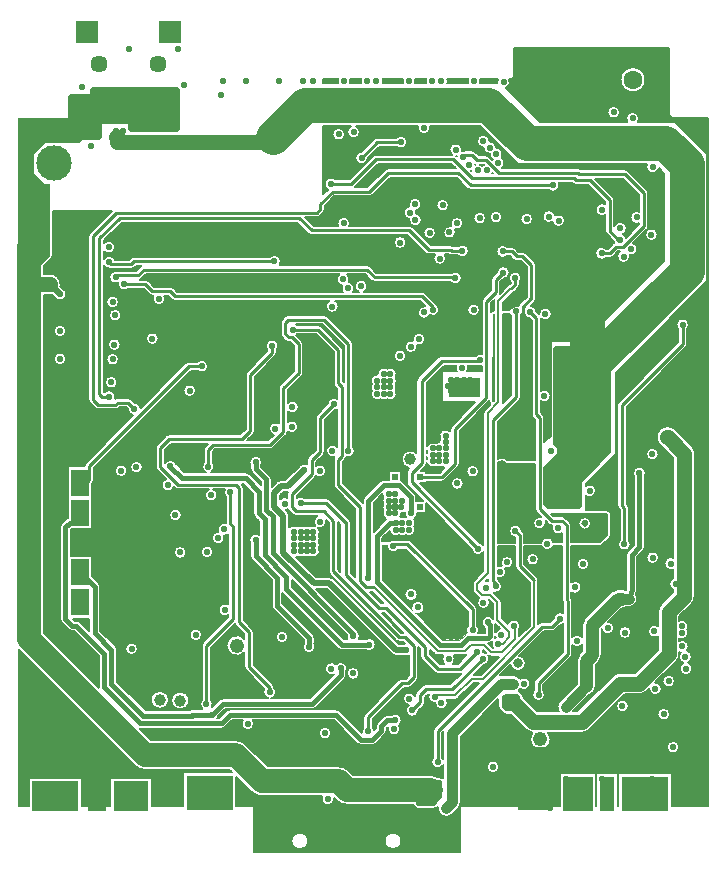
<source format=gbr>
G04 EasyPC Gerber Version 21.0.3 Build 4286 *
G04 #@! TF.Part,Single*
G04 #@! TF.FileFunction,Copper,L3,Inr *
G04 #@! TF.FilePolarity,Positive *
%FSLAX35Y35*%
%MOIN*%
G04 #@! TA.AperFunction,ComponentPad*
%ADD17R,0.05118X0.11811*%
%ADD70R,0.05906X0.09843*%
%ADD16R,0.06000X0.09055*%
%ADD19R,0.09843X0.11811*%
%ADD22R,0.01969X0.01969*%
%ADD25R,0.07480X0.07480*%
G04 #@! TD.AperFunction*
%ADD11C,0.00394*%
%ADD13C,0.00500*%
%ADD12C,0.00787*%
%ADD29C,0.01000*%
%ADD118C,0.01500*%
%ADD74C,0.01575*%
G04 #@! TA.AperFunction,ComponentPad*
%ADD23C,0.01969*%
%ADD28C,0.02000*%
G04 #@! TA.AperFunction,WasherPad*
%ADD14C,0.02165*%
G04 #@! TD.AperFunction*
%ADD10C,0.02500*%
G04 #@! TA.AperFunction,ViaPad*
%ADD122C,0.02756*%
%ADD119C,0.03150*%
G04 #@! TD.AperFunction*
%ADD120C,0.03543*%
G04 #@! TA.AperFunction,ViaPad*
%ADD121C,0.03937*%
G04 #@! TD.AperFunction*
%ADD73C,0.04331*%
G04 #@! TA.AperFunction,ViaPad*
%ADD112C,0.04800*%
G04 #@! TD.AperFunction*
%ADD72C,0.05000*%
G04 #@! TA.AperFunction,ComponentPad*
%ADD24C,0.05709*%
%ADD26C,0.06299*%
%ADD27C,0.07087*%
G04 #@! TD.AperFunction*
%ADD116C,0.07874*%
G04 #@! TA.AperFunction,ViaPad*
%ADD113C,0.11811*%
G04 #@! TA.AperFunction,WasherPad*
%ADD15C,0.12992*%
G04 #@! TA.AperFunction,ComponentPad*
%ADD71R,0.11811X0.09843*%
%ADD21R,0.15748X0.09843*%
%ADD20R,0.11811X0.11811*%
%ADD18R,0.15748X0.11811*%
X0Y0D02*
D02*
D10*
X19679Y254094D02*
Y267008D01*
X27238*
Y269213*
X54561*
Y257008*
X39837*
Y259685*
X28498*
Y254094*
X19679*
G36*
Y267008*
X27238*
Y269213*
X54561*
Y257008*
X39837*
Y259685*
X28498*
Y254094*
X19679*
G37*
X167435Y64843D02*
X167829D01*
X167947Y64724*
X190467Y182992D02*
X184482D01*
Y172598*
X190703*
X190467Y182992*
G36*
X184482*
Y172598*
X190703*
X190467Y182992*
G37*
X198341Y149134D02*
X188419Y139213D01*
Y131339*
X178813*
X178341Y131811*
Y143307*
X182986Y147953*
Y150630*
X181569Y152047*
Y152520*
X181648Y182992*
X198341*
Y149134*
G36*
X188419Y139213*
Y131339*
X178813*
X178341Y131811*
Y143307*
X182986Y147953*
Y150630*
X181569Y152047*
Y152520*
X181648Y182992*
X198341*
Y149134*
G37*
D02*
D11*
X22750Y260157D02*
Y253071D01*
X22041Y252362*
X10860*
X6766Y248268*
Y241969*
X10624Y238110*
X12120*
Y214252*
X8734Y210866*
X1805*
Y260157*
X22750*
G36*
Y253071*
X22041Y252362*
X10860*
X6766Y248268*
Y241969*
X10624Y238110*
X12120*
Y214252*
X8734Y210866*
X1805*
Y260157*
X22750*
G37*
X124965Y117953D02*
X123146D01*
Y106388*
X133180Y96354*
G75*
G02X133045Y97087I1932J733*
G01*
G75*
G02X137179I2067*
G01*
G75*
G02X134380Y95154I-2067*
G01*
X143311Y86222*
X148882*
X150736Y88077*
G75*
G02X151565Y88539I1226J-1226*
G01*
G75*
G02X151896Y90966I1815J989*
G01*
Y95842*
X131033Y116705*
X128866*
G75*
G02X124965Y117953I-1864J893*
G01*
X130841Y101417D02*
G75*
G02X134974I2067D01*
G01*
G75*
G02X130841I-2067*
G01*
X146320D02*
G36*
X134974D01*
G75*
G02X130841I-2067*
G01*
X128116*
X133180Y96354*
G75*
G02X133045Y97087I1933J733*
G01*
G75*
G02X137179I2067*
G01*
Y97086*
G75*
G02X134380Y95154I-2067*
G01*
X143114Y86419*
X149079*
X150736Y88077*
G75*
G02X151565Y88539I1228J-1230*
G01*
G75*
G02X151313Y89528I1815J989*
G01*
G75*
G02X151699Y90730I2067*
G01*
Y96039*
X146320Y101417*
G37*
G36*
X131033Y116705*
X128866*
G75*
G02X124935Y117598I-1864J893*
G01*
G75*
G02X124941Y117756I2068J2*
G01*
X123343*
Y106191*
X128116Y101417*
X130841*
G75*
G02X134974I2067*
G01*
X146320*
G37*
X145348Y173622D02*
X155663D01*
Y167480*
X145348*
Y173622*
G36*
X155663*
Y167480*
X145348*
Y173622*
G37*
D02*
D12*
X140703Y67402D02*
X141096Y67795D01*
X147632*
X153144Y73307*
X156687*
X173813Y90433*
Y106102*
X161805Y84961D02*
X163459D01*
X165663Y87165*
Y88898*
X161648Y92913*
Y98898*
X159285Y101260*
X156372*
X154797Y102835*
Y104882*
X158419Y108504*
Y161890*
X161963Y165433*
Y199134*
X166293Y203465*
X167081Y91024D02*
Y90787D01*
X167553Y90315*
Y86614*
X163065Y82126*
X159600*
X157081Y84646*
X152829*
X150703Y82520*
X141726*
X120388Y103858*
X168970Y67244D02*
Y63780D01*
X168026Y62835*
X164561*
X163380Y64016*
Y67244*
X164167Y68031*
X168183*
X168970Y67244*
G36*
Y63780*
X168026Y62835*
X164561*
X163380Y64016*
Y67244*
X164167Y68031*
X168183*
X168970Y67244*
G37*
D02*
D13*
X25451Y93352D02*
X20115D01*
X20735Y92732*
X21333*
G75*
G02X22599Y92207J-1787*
G01*
X25451Y89355*
Y93352*
G36*
X20115*
X20735Y92732*
X21333*
G75*
G02X22599Y92207J-1787*
G01*
X25451Y89355*
Y93352*
G37*
X33017Y229213D02*
X13354D01*
Y214252*
G75*
G02X12993Y213379I-1234*
G01*
X10638Y211024*
Y208341*
X12514*
G75*
G02X16051Y204803J-3537*
G01*
G75*
G02X15996Y204180I-3539J-1*
G01*
X16838Y203338*
G75*
G02X17980Y201457I-978J-1881*
G01*
G75*
G02X13979Y200479I-2120*
G01*
X13137Y201321*
G75*
G02X12514Y201266I-622J3483*
G01*
X10638*
Y88517*
X28844Y70311*
G75*
G02X28837Y70472I1780J163*
G01*
Y80913*
X20592Y89157*
X19997*
G75*
G02X18730Y89681I-3J1787*
G01*
X16368Y92043*
G75*
G02X15844Y93307I1264J1264*
G01*
G75*
G02Y93308I635J0*
G01*
G75*
G02Y93310I641J1*
G01*
Y123898*
G75*
G02X16370Y125164I1787*
G01*
X17783Y126577*
G75*
G02X18417Y126987I1266J-1262*
G01*
Y144246*
X23969*
Y144252*
G75*
G02X24420Y145341I1538*
G01*
X40226Y161146*
G75*
G02X38505Y163174I398J2082*
G01*
X37861Y163817*
X35670*
X35412Y163559*
G75*
G02X34321Y163108I-1087J1087*
G01*
X28498*
G75*
G02X27409Y163560J1538*
G01*
X25759Y165211*
G75*
G02X25307Y166299I1086J1089*
G01*
Y220866*
G75*
G02X25759Y221955I1538*
G01*
X33017Y229213*
X13740Y180000D02*
G75*
G02X17980I2120D01*
G01*
G75*
G02X13740I-2120*
G01*
Y189252D02*
G75*
G02X17980I2120D01*
G01*
G75*
G02X13740I-2120*
G01*
X28594Y70561D02*
G36*
X28837D01*
Y80913*
X20592Y89157*
X19997*
G75*
G02X18730Y89681I-4J1786*
G01*
X16368Y92043*
G75*
G02X15844Y93307I1265J1265*
G01*
Y93308*
Y93310*
Y123898*
G75*
G02X16370Y125164I1788*
G01*
X17783Y126577*
G75*
G02X18417Y126987I1267J-1264*
G01*
Y144246*
X23969*
Y144252*
Y144252*
G75*
G02X24420Y145341I1537*
G01*
X39976Y160896*
Y161210*
G75*
G02X38505Y163174I648J2019*
G01*
X37861Y163817*
X35670*
X35412Y163559*
G75*
G02X34321Y163108I-1088J1089*
G01*
X28498*
G75*
G02X27409Y163560I0J1537*
G01*
X25759Y165211*
G75*
G02X25307Y166299I1085J1088*
G01*
Y166299*
Y180000*
X17980*
G75*
G02X13740I-2120*
G01*
X10888*
Y88267*
X28594Y70561*
G37*
X25307Y189252D02*
G36*
X17980D01*
G75*
G02X13740I-2120*
G01*
X10888*
Y180000*
X13740*
G75*
G02X17980I2120*
G01*
X25307*
Y189252*
G37*
X32767Y228963D02*
G36*
X13354D01*
Y214252*
G75*
G02X12993Y213379I-1236J1*
G01*
X10888Y211274*
Y208341*
X12514*
G75*
G02X16051Y204803J-3537*
G01*
G75*
G02Y204802I-3222J0*
G01*
G75*
G02X15996Y204180I-3541*
G01*
X16838Y203338*
G75*
G02X17980Y201457I-978J-1881*
G01*
G75*
G02X13979Y200479I-2120*
G01*
X13137Y201321*
G75*
G02X12514Y201266I-622J3485*
G01*
X10888*
Y189252*
X13740*
G75*
G02X17980I2120*
G01*
X25307*
Y220866*
Y220867*
G75*
G02X25759Y221955I1537*
G01*
X32767Y228963*
G37*
X42933Y206670D02*
G75*
G02X42445Y206341I-1089J1086D01*
G01*
X44325*
G75*
G02X45413Y205889J-1538*
G01*
X47245Y204057*
X52593*
G75*
G02X53681Y203606J-1538*
G01*
X54962Y202325*
X110017*
G75*
G02X109886Y204365I1788J1140*
G01*
G75*
G02X109005Y208187I344J2092*
G01*
X44450*
X42933Y206670*
G36*
G75*
G02X42445Y206341I-1089J1086*
G01*
X44325*
G75*
G02X45413Y205889J-1538*
G01*
X47245Y204057*
X52593*
G75*
G02X53681Y203606J-1538*
G01*
X54962Y202325*
X110017*
G75*
G02X109886Y204365I1788J1140*
G01*
G75*
G02X109005Y208187I344J2092*
G01*
X44450*
X42933Y206670*
G37*
X50823Y149600D02*
Y145133D01*
G75*
G02X54687Y144750I1848J-1038*
G01*
X57335Y142102*
X64357*
G75*
G02X63732Y145476I913J1913*
G01*
Y149606*
G75*
G02X64184Y150695I1538*
G01*
X65180Y151691*
X52915*
X50823Y149600*
G36*
Y145133*
G75*
G02X54687Y144750I1848J-1038*
G01*
X57335Y142102*
X64357*
G75*
G02X63732Y145476I913J1913*
G01*
Y149606*
G75*
G02X64184Y150695I1538*
G01*
X65180Y151691*
X52915*
X50823Y149600*
G37*
X56811Y30984D02*
Y42140D01*
X73103*
X72343Y42900*
X44246*
G75*
G02X40725Y44360J4974*
G01*
X2149Y82936*
G75*
G02X2029Y83060I3516J3514*
G01*
X2081Y30984*
X5433*
Y40093*
X23256*
Y30984*
X32539*
Y40093*
X46425*
Y30984*
X56811*
G36*
Y42140*
X73103*
X72343Y42900*
X44246*
G75*
G02X40725Y44360J4974*
G01*
X2149Y82936*
G75*
G02X2029Y83060I3516J3514*
G01*
X2081Y30984*
X5433*
Y40093*
X23256*
Y30984*
X32539*
Y40093*
X46425*
Y30984*
X56811*
G37*
X66177Y83694D02*
Y66342D01*
G75*
G02X66463Y63800I-1537J-1460*
G01*
X68885Y66222*
G75*
G02X70152Y66748I1266J-1262*
G01*
X85288*
G75*
G02X83974Y69988I455J2071*
G01*
X77727Y76234*
G75*
G02X77276Y77323I1086J1089*
G01*
Y82112*
G75*
G02X71281Y84409I-2557J2297*
G01*
G75*
G02X77276Y86707I3437*
G01*
Y88182*
X74420Y91037*
G75*
G02X74067Y91584I1086J1088*
G01*
X66177Y83694*
G36*
Y66342*
G75*
G02X66463Y63800I-1537J-1460*
G01*
X68885Y66222*
G75*
G02X70152Y66748I1266J-1262*
G01*
X85288*
G75*
G02X83974Y69988I455J2071*
G01*
X77727Y76234*
G75*
G02X77276Y77323I1086J1089*
G01*
Y82112*
G75*
G02X71281Y84409I-2557J2297*
G01*
G75*
G02X77276Y86707I3437*
G01*
Y88182*
X74420Y91037*
G75*
G02X74067Y91584I1086J1088*
G01*
X66177Y83694*
G37*
X89260Y134438D02*
Y133209D01*
G75*
G02X91606Y133685I1522J-1476*
G01*
Y134882*
G75*
G02X91753Y135537I1537J0*
G01*
X90359*
X89260Y134438*
G36*
Y133209*
G75*
G02X91606Y133685I1522J-1476*
G01*
Y134882*
G75*
G02X91753Y135537I1537J0*
G01*
X90359*
X89260Y134438*
G37*
X91741Y129842D02*
G75*
G02X91160Y129646I-961J1889D01*
G01*
X91737Y129069*
G75*
G02X92331Y127638I-1428J-1431*
G01*
Y123760*
G75*
G02X94955Y124094I1522J-1476*
G01*
G75*
G02X97115Y124121I1102J-1811*
G01*
G75*
G02X99308Y124074I1057J-1837*
G01*
G75*
G02X100938Y124230I1001J-1869*
G01*
G75*
G02X101611Y127596I1556J1440*
G01*
X94482*
G75*
G02X93394Y128048J1538*
G01*
X92058Y129384*
G75*
G02X91741Y129842I1087J1089*
G01*
G36*
G75*
G02X91160Y129646I-961J1889*
G01*
X91737Y129069*
G75*
G02X92331Y127638I-1428J-1431*
G01*
Y123760*
G75*
G02X94955Y124094I1522J-1476*
G01*
G75*
G02X97115Y124121I1102J-1811*
G01*
G75*
G02X99308Y124074I1057J-1837*
G01*
G75*
G02X100938Y124230I1001J-1869*
G01*
G75*
G02X101611Y127596I1556J1440*
G01*
X94482*
G75*
G02X93394Y128048J1538*
G01*
X92058Y129384*
G75*
G02X91741Y129842I1087J1089*
G01*
G37*
X93278Y106157D02*
Y104034D01*
X110642Y86669*
X111656*
G75*
G02X111537Y87898I1960J811*
G01*
X93278Y106157*
G36*
Y104034*
X110642Y86669*
X111656*
G75*
G02X111537Y87898I1960J811*
G01*
X93278Y106157*
G37*
X94840Y188148D02*
G75*
G02X94463Y187863I-1460J1538D01*
G01*
X96434Y185892*
G75*
G02X96886Y184803I-1086J-1089*
G01*
Y175197*
G75*
G02X96434Y174108I-1538*
G01*
X91768Y169442*
Y165322*
G75*
G02X95421Y163858I1533J-1464*
G01*
G75*
G02X91768Y162394I-2120*
G01*
Y159000*
G75*
G02X95185Y157323I1297J-1677*
G01*
G75*
G02X91768Y155646I-2120*
G01*
G75*
G02X91316Y154581I-1537J23*
G01*
X86988Y150253*
G75*
G02X85900Y149801I-1089J1086*
G01*
X67639*
X66807Y148970*
Y145476*
G75*
G02X66183Y142102I-1537J-1460*
G01*
X77708*
G75*
G02X79086Y141533I2J-1945*
G01*
X82852Y137766*
Y139023*
X79833Y142043*
G75*
G02X79309Y143307I1264J1264*
G01*
G75*
G02Y143308I635J0*
G01*
G75*
G02Y143310I641J1*
G01*
Y144372*
G75*
G02X78976Y145512I1787J1140*
G01*
G75*
G02X83217I2120*
G01*
G75*
G02X82884Y144372I-2120*
G01*
Y144048*
X85904Y141028*
G75*
G02X86427Y139764I-1264J-1264*
G01*
G75*
G02Y139763I-635J0*
G01*
G75*
G02Y139761I-641J-1*
G01*
Y137324*
X88090Y138987*
G75*
G02X89522Y139581I1431J-1428*
G01*
X90968*
X95357Y143970*
G75*
G02X98142Y144910I1881J-978*
G01*
Y146142*
G75*
G02X98593Y147230I1538*
G01*
X101055Y149692*
Y160315*
G75*
G02X101507Y161404I1538*
G01*
X104961Y164858*
G75*
G02X108142Y166639I2119J-55*
G01*
Y170072*
X107491Y170722*
G75*
G02X107039Y171811I1086J1089*
G01*
Y182198*
X101090Y188148*
X94840*
G36*
G75*
G02X94463Y187863I-1460J1538*
G01*
X96434Y185892*
G75*
G02X96886Y184803I-1086J-1089*
G01*
Y175197*
G75*
G02X96434Y174108I-1538*
G01*
X91768Y169442*
Y165322*
G75*
G02X95421Y163858I1533J-1464*
G01*
G75*
G02X91768Y162394I-2120*
G01*
Y159000*
G75*
G02X95185Y157323I1297J-1677*
G01*
G75*
G02X91768Y155646I-2120*
G01*
G75*
G02X91316Y154581I-1537J23*
G01*
X86988Y150253*
G75*
G02X85900Y149801I-1089J1086*
G01*
X67639*
X66807Y148970*
Y145476*
G75*
G02X66183Y142102I-1537J-1460*
G01*
X77708*
G75*
G02X79086Y141533I2J-1945*
G01*
X82852Y137766*
Y139023*
X79833Y142043*
G75*
G02X79309Y143307I1264J1264*
G01*
G75*
G02Y143308I635J0*
G01*
G75*
G02Y143310I641J1*
G01*
Y144372*
G75*
G02X78976Y145512I1787J1140*
G01*
G75*
G02X83217I2120*
G01*
G75*
G02X82884Y144372I-2120*
G01*
Y144048*
X85904Y141028*
G75*
G02X86427Y139764I-1264J-1264*
G01*
G75*
G02Y139763I-635J0*
G01*
G75*
G02Y139761I-641J-1*
G01*
Y137324*
X88090Y138987*
G75*
G02X89522Y139581I1431J-1428*
G01*
X90968*
X95357Y143970*
G75*
G02X98142Y144910I1881J-978*
G01*
Y146142*
G75*
G02X98593Y147230I1538*
G01*
X101055Y149692*
Y160315*
G75*
G02X101507Y161404I1538*
G01*
X104961Y164858*
G75*
G02X108142Y166639I2119J-55*
G01*
Y170072*
X107491Y170722*
G75*
G02X107039Y171811I1086J1089*
G01*
Y182198*
X101090Y188148*
X94840*
G37*
X101217Y145505D02*
Y144333D01*
G75*
G02X104555Y142598I1219J-1735*
G01*
G75*
G02X101135Y140924I-2120*
G01*
G75*
G02X100765Y140329I-1456J493*
G01*
X94681Y134245*
Y133503*
G75*
G02X97331Y133585I1376J-1613*
G01*
X104481*
G75*
G02X105674Y133095I2J-1695*
G01*
X112209Y126639*
G75*
G02X112713Y125433I-1191J-1206*
G01*
Y108733*
X114205Y107241*
Y130072*
X107491Y136785*
G75*
G02X107039Y137874I1086J1089*
G01*
Y146378*
G75*
G02X107278Y147201I1537*
G01*
G75*
G02X104488Y149213I-670J2011*
G01*
G75*
G02X108142Y150676I2120*
G01*
Y162968*
G75*
G02X107135Y162684I-1061J1836*
G01*
X104130Y159678*
Y149055*
G75*
G02X103678Y147967I-1538*
G01*
X101217Y145505*
G36*
Y144333*
G75*
G02X104555Y142598I1219J-1735*
G01*
G75*
G02X101135Y140924I-2120*
G01*
G75*
G02X100765Y140329I-1456J493*
G01*
X94681Y134245*
Y133503*
G75*
G02X97331Y133585I1376J-1613*
G01*
X104481*
G75*
G02X105674Y133095I2J-1695*
G01*
X112209Y126639*
G75*
G02X112713Y125433I-1191J-1206*
G01*
Y108733*
X114205Y107241*
Y130072*
X107491Y136785*
G75*
G02X107039Y137874I1086J1089*
G01*
Y146378*
G75*
G02X107278Y147201I1537*
G01*
G75*
G02X104488Y149213I-670J2011*
G01*
G75*
G02X108142Y150676I2120*
G01*
Y162968*
G75*
G02X107135Y162684I-1061J1836*
G01*
X104130Y159678*
Y149055*
G75*
G02X103678Y147967I-1538*
G01*
X101217Y145505*
G37*
X103216Y191455D02*
X94547D01*
G75*
G02X94840Y191222I-1167J-1770*
G01*
X101726*
G75*
G02X102815Y190771J-1538*
G01*
X109663Y183923*
G75*
G02X110114Y182835I-1086J-1089*
G01*
Y172448*
X110425Y172137*
Y184245*
X103216Y191455*
G36*
X94547*
G75*
G02X94840Y191222I-1167J-1770*
G01*
X101726*
G75*
G02X102815Y190771J-1538*
G01*
X109663Y183923*
G75*
G02X110114Y182835I-1086J-1089*
G01*
Y172448*
X110425Y172137*
Y184245*
X103216Y191455*
G37*
X103656Y257480D02*
Y234812D01*
X105232Y236389*
G75*
G02X104094Y238268I982J1879*
G01*
G75*
G02X107674Y239805I2120*
G01*
X112350*
X120087Y247543*
G75*
G02X121175Y247994I1089J-1086*
G01*
X146471*
G75*
G02X145630Y249685I1279J1691*
G01*
G75*
G02X149870I2120*
G01*
G75*
G02X149809Y249179I-2120J0*
G01*
G75*
G02X150172Y249207I344J-2094*
G01*
G75*
G02X150939Y249411I767J-1332*
G01*
X153065*
G75*
G02X154154Y248960J-1538*
G01*
X155356Y247758*
X157868*
G75*
G02X158957Y247306J-1538*
G01*
X159979Y246284*
G75*
G02X160073Y246457I1905J-928*
G01*
G75*
G02X159055Y248268I1102J1811*
G01*
G75*
G02Y248274I2128J3*
G01*
G75*
G02X156929Y250394I-6J2120*
G01*
G75*
G02Y250400I2128J3*
G01*
G75*
G02X154803Y252520I-6J2120*
G01*
G75*
G02X159043I2120*
G01*
G75*
G02Y252514I-2128J-3*
G01*
G75*
G02X161169Y250394I6J-2120*
G01*
G75*
G02Y250388I-2128J-3*
G01*
G75*
G02X162986Y247165I6J-2120*
G01*
G75*
G02X163051Y243585I-1102J-1811*
G01*
X188498*
G75*
G02X189587Y243133J-1538*
G01*
X189607Y243112*
X204089*
G75*
G02X205177Y242661J-1538*
G01*
X211552Y236285*
G75*
G02X212004Y235197I-1086J-1089*
G01*
Y224173*
G75*
G02X211552Y223085I-1538*
G01*
X206980Y218513*
G75*
G02X205767Y214463I-765J-1977*
G01*
G75*
G02X205815Y214016I-2072J-447*
G01*
G75*
G02X201575I-2120*
G01*
G75*
G02X202528Y215785I2120*
G01*
X201891*
X200138Y214032*
G75*
G02X199049Y213581I-1089J1086*
G01*
X197832*
G75*
G02X194252Y215118I-1460J1537*
G01*
G75*
G02X197832Y216656I2120*
G01*
X198413*
X200165Y218409*
G75*
G02X200623Y218725I1088J-1087*
G01*
G75*
G02X200526Y218948I1893J961*
G01*
X198042Y221431*
G75*
G02X197591Y222520I1086J1089*
G01*
Y227897*
G75*
G02X194331Y229685I-1140J1788*
G01*
G75*
G02X197591Y231473I2120*
G01*
Y232198*
X191798Y237990*
X187793*
G75*
G02X186702Y238441I-4J1537*
G01*
X186444Y238699*
X182148*
G75*
G02X178770Y236258I-1918J-904*
G01*
X152750*
G75*
G02X151661Y236709J1538*
G01*
X148019Y240352*
X125828*
X120059Y234583*
G75*
G02X118970Y234132I-1089J1086*
G01*
X107324*
X104051Y230859*
Y229764*
G75*
G02X103600Y228675I-1538*
G01*
X102500Y227576*
G75*
G02X101411Y227124I-1089J1086*
G01*
X97564*
X100395Y224293*
X108470*
G75*
G02X108268Y225197I1918J904*
G01*
G75*
G02X112508I2120*
G01*
G75*
G02X112306Y224293I-2120J0*
G01*
X132278*
G75*
G02X133366Y223842J-1538*
G01*
X139371Y217837*
X146057*
G75*
G02X146989Y217522J-1537*
G01*
X148534*
G75*
G02X152114Y215984I1460J-1537*
G01*
G75*
G02X148534Y214447I-2120*
G01*
X146372*
G75*
G02X145440Y214762J1537*
G01*
X144048*
G75*
G02X144555Y213386I-1613J-1376*
G01*
G75*
G02X140315I-2120*
G01*
G75*
G02X140822Y214762I2120*
G01*
X138734*
G75*
G02X137646Y215213J1538*
G01*
X131641Y221219*
X99758*
G75*
G02X98669Y221670J1538*
G01*
X94948Y225392*
X36458*
X30508Y219442*
Y218522*
G75*
G02X34240Y217146I1612J-1377*
G01*
G75*
G02X30508Y215769I-2120*
G01*
Y213294*
G75*
G02X34194Y213033I1770J-1168*
G01*
X38845*
X39380Y213567*
G75*
G02X40470Y214018I1087J-1087*
G01*
X85857*
G75*
G02X89052Y211262I1460J-1537*
G01*
X118104*
G75*
G02X119193Y210810J-1538*
G01*
X121320Y208683*
X146441*
G75*
G02X149752Y206929I1191J-1754*
G01*
G75*
G02X145974Y205608I-2120*
G01*
X120683*
G75*
G02X119594Y206060J1538*
G01*
X117468Y208187*
X111456*
G75*
G02X112150Y205556I-1226J-1730*
G01*
G75*
G02X113593Y202325I-344J-2092*
G01*
X115352*
G75*
G02X114094Y204261I863J1937*
G01*
G75*
G02X118335I2120*
G01*
G75*
G02X117077Y202325I-2120*
G01*
X136530*
G75*
G02X137618Y201873J-1538*
G01*
X141237Y198254*
G75*
G02X141352Y198126I-1087J-1089*
G01*
G75*
G02X139085Y194545I-1200J-1748*
G01*
G75*
G02X135039Y195433I-1925J888*
G01*
G75*
G02X137646Y197496I2120*
G01*
X135893Y199250*
X107646*
G75*
G02X108728Y197402I-1038J-1848*
G01*
G75*
G02X104488I-2120*
G01*
G75*
G02X105570Y199250I2120*
G01*
X54325*
G75*
G02X53236Y199702J1538*
G01*
X51956Y200982*
X50648*
G75*
G02X50933Y199921I-1835J-1061*
G01*
G75*
G02X46693I-2120*
G01*
G75*
G02X46978Y200982I2120*
G01*
X46608*
G75*
G02X45520Y201434J1538*
G01*
X43688Y203266*
X38777*
G75*
G02X35241Y205235I-1460J1537*
G01*
G75*
G02X32244Y207165I-877J1931*
G01*
G75*
G02X34078Y209267I2120*
G01*
G75*
G02X34364Y209293I285J-1510*
G01*
X41208*
X42724Y210810*
G75*
G02X42876Y210943I1089J-1088*
G01*
X41104*
X40569Y210409*
G75*
G02X39479Y209959I-1087J1087*
G01*
X32907*
G75*
G02X32491Y210016I0J1538*
G01*
G75*
G02X30508Y210958I-213J2110*
G01*
Y168939*
X30739*
G75*
G02X34173Y166628I1460J-1537*
G01*
G75*
G02X35037Y166892I861J-1274*
G01*
X38498*
G75*
G02X39587Y166440J-1538*
G01*
X40679Y165348*
G75*
G02X42706Y163627I-55J-2119*
G01*
X57656Y178576*
G75*
G02X58744Y179028I1089J-1086*
G01*
X61595*
G75*
G02X65175Y177490I1460J-1537*
G01*
G75*
G02X61595Y175953I-2120*
G01*
X59381*
X27043Y143615*
Y139429*
G75*
G02X26592Y138341I-1538*
G01*
X26492Y138241*
Y123175*
X19437*
X19419Y123157*
Y114404*
X26492*
Y107552*
X27226Y106817*
X28753Y105330*
G75*
G02X29341Y103937I-1357J-1393*
G01*
Y89309*
X34361Y84289*
G75*
G02X34931Y82913I-1375J-1375*
G01*
Y72380*
X44422Y62890*
X58933*
G75*
G02X59996Y63205I1061J-1630*
G01*
X63343*
G75*
G02X63102Y66342I1297J1677*
G01*
Y84331*
G75*
G02X63554Y85419I1538*
G01*
X71921Y93787*
Y94511*
G75*
G02X68661Y96299I-1140J1788*
G01*
G75*
G02X71921Y98087I2120*
G01*
Y121473*
G75*
G02X70542Y121031I-1297J1677*
G01*
G75*
G02X70697Y120236I-1965J-795*
G01*
G75*
G02X66457I-2120*
G01*
G75*
G02X68659Y122355I2120*
G01*
G75*
G02X71134Y125207I1965J795*
G01*
Y133973*
G75*
G02X70836Y136494I1537J1460*
G01*
X66901*
G75*
G02X68335Y134488I-686J-2006*
G01*
G75*
G02X64094I-2120*
G01*
G75*
G02X65528Y136494I2120*
G01*
X55270*
G75*
G02X54181Y136946J1538*
G01*
X53842Y137285*
G75*
G02X49685Y137874I-2037J589*
G01*
G75*
G02X51216Y139911I2120*
G01*
X48200Y142927*
G75*
G02X47748Y144016I1086J1089*
G01*
Y150236*
G75*
G02X48200Y151325I1538*
G01*
X51189Y154314*
G75*
G02X52278Y154766I1089J-1086*
G01*
X75814*
X77748Y156700*
Y174646*
G75*
G02X78200Y175734I1538*
G01*
X84992Y182527*
Y182871*
G75*
G02X84409Y184331I1537J1460*
G01*
G75*
G02X88650I2120*
G01*
G75*
G02X88067Y182871I-2120*
G01*
Y181890*
G75*
G02X87615Y180801I-1538*
G01*
X80823Y174009*
Y156063*
G75*
G02X80371Y154974I-1538*
G01*
X78273Y152876*
X85263*
X87043Y154656*
G75*
G02X85512Y156693I589J2037*
G01*
G75*
G02X88693Y158528I2120*
G01*
Y170079*
G75*
G02X89144Y171167I1538*
G01*
X93811Y175834*
Y184167*
X92428Y185549*
X92041*
G75*
G02X90953Y186001J1538*
G01*
X89853Y187100*
G75*
G02X89402Y188189I1086J1089*
G01*
Y191969*
G75*
G02X89853Y193057I1538*
G01*
X90874Y194078*
G75*
G02X91963Y194530I1089J-1086*
G01*
X103852*
G75*
G02X104941Y194078J-1538*
G01*
X113048Y185970*
G75*
G02X113500Y184882I-1086J-1089*
G01*
Y150672*
G75*
G02X111197Y147235I-1537J-1460*
G01*
G75*
G02X110765Y146392I-1518J244*
G01*
X110114Y145741*
Y138511*
X116789Y131836*
Y132677*
G75*
G02X117315Y133943I1787*
G01*
X122507Y139136*
G75*
G02X123774Y139661I1266J-1262*
G01*
X125531*
Y142593*
X129575*
Y139452*
G75*
G02X129998Y139138I-841J-1577*
G01*
X134093Y135043*
G75*
G02X134616Y133780I-1264J-1264*
G01*
G75*
G02Y133779I-635J0*
G01*
G75*
G02Y133776I-641J-1*
G01*
Y132514*
X136973*
X131869Y137619*
G75*
G02X131370Y138819I1196J1200*
G01*
Y141887*
G75*
G02Y141889I635J1*
G01*
G75*
G02Y141890I635J0*
G01*
G75*
G02X131867Y143088I1695*
G01*
X132257Y143480*
G75*
G02X129665Y146457I414J2977*
G01*
G75*
G02X134677Y148695I3006*
G01*
Y172595*
G75*
G02Y172598I635J1*
G01*
G75*
G02X135174Y173797I1695J1*
G01*
X141945Y180569*
G75*
G02X143147Y181065I1198J-1198*
G01*
X154370*
G75*
G02X156409Y181461I1372J-1616*
G01*
Y199055*
G75*
G02X156861Y200144I1538*
G01*
X159480Y202763*
Y206142*
G75*
G02X159932Y207230I1538*
G01*
X161497Y208795*
G75*
G02X165736Y208740I2119J-55*
G01*
G75*
G02X163671Y206621I-2120*
G01*
X162555Y205505*
Y202126*
G75*
G02X162491Y201686I-1538J0*
G01*
X164884Y204079*
G75*
G02X165206Y204552I1409J-615*
G01*
X166016Y205361*
Y205469*
G75*
G02X165433Y206929I1537J1460*
G01*
G75*
G02X169673I2120*
G01*
G75*
G02X169091Y205469I-2120*
G01*
Y204724*
G75*
G02X168639Y203636I-1538*
G01*
X167380Y202378*
G75*
G02X166908Y202056I-1087J1087*
G01*
X163394Y198541*
Y196091*
X165607*
G75*
G02X168735Y197683I2104J-264*
G01*
G75*
G02X169144Y198411I1495J-360*
G01*
X171449Y200716*
Y210466*
X169357Y212557*
X168026*
G75*
G02X166937Y213009J1538*
G01*
X165735Y214211*
X164919*
G75*
G02X161339Y215748I-1460J1537*
G01*
G75*
G02X164919Y217285I2120*
G01*
X166372*
G75*
G02X167461Y216834J-1538*
G01*
X168663Y215632*
X169994*
G75*
G02X171083Y215180J-1538*
G01*
X174072Y212191*
G75*
G02X174524Y211102I-1086J-1089*
G01*
Y200079*
G75*
G02X174072Y198990I-1538*
G01*
X172710Y197629*
G75*
G02X174710Y195610I-118J-2117*
G01*
X175515Y194837*
G75*
G02X175512Y194961I2117J122*
G01*
G75*
G02X179752I2120*
G01*
G75*
G02X176098Y193497I-2120*
G01*
Y169360*
G75*
G02X179398Y167598I1179J-1762*
G01*
G75*
G02X176098Y165837I-2120*
G01*
Y162133*
X176828Y161404*
G75*
G02X177280Y160315I-1086J-1089*
G01*
Y152089*
X179443Y154252*
Y185748*
X190388*
X217317Y212677*
Y241654*
X215457Y243513*
G75*
G02X211260Y243937I-2077J424*
G01*
G75*
G02X211445Y244803I2120*
G01*
X168419*
X155742Y257480*
X139207*
G75*
G02X139280Y256929I-2047J-551*
G01*
G75*
G02X135039I-2120*
G01*
G75*
G02X135112Y257480I2120J0*
G01*
X114482*
G75*
G02X115815Y255512I-787J-1969*
G01*
G75*
G02X111575I-2120*
G01*
G75*
G02X112907Y257480I2120*
G01*
X103656*
X127983Y253742D02*
G75*
G02X131563Y252205I1460J-1537D01*
G01*
G75*
G02X127983Y250667I-2120*
G01*
X122285*
X118491Y246874*
G75*
G02X114252Y246929I-2119J55*
G01*
G75*
G02X116317Y249048I2120*
G01*
X120559Y253291*
G75*
G02X121648Y253742I1089J-1086*
G01*
X127983*
X106614Y254803D02*
G75*
G02X110854I2120D01*
G01*
G75*
G02X106614I-2120*
G01*
X210866Y221339D02*
G75*
G02X215106I2120D01*
G01*
G75*
G02X210866I-2120*
G01*
X153622Y226850D02*
G75*
G02X157862I2120D01*
G01*
G75*
G02X153622I-2120*
G01*
X159055Y227165D02*
G75*
G02X163295I2120D01*
G01*
G75*
G02X159055I-2120*
G01*
X169291Y226535D02*
G75*
G02X173531I2120D01*
G01*
G75*
G02X169291I-2120*
G01*
X180901Y227771D02*
G75*
G02X184161Y225984I1141J-1787D01*
G01*
G75*
G02X179954Y225615I-2120*
G01*
G75*
G02X176693Y227402I-1141J1787*
G01*
G75*
G02X180901Y227771I2120*
G01*
X134606Y228322D02*
G75*
G02X136445Y226220I-281J-2101D01*
G01*
G75*
G02X132205I-2120*
G01*
G75*
G02X132232Y226560I2121J-1*
G01*
G75*
G02X132256Y230766I281J2101*
G01*
G75*
G02X132126Y231496I1990J731*
G01*
G75*
G02X136366I2120*
G01*
G75*
G02X134504Y229392I-2120*
G01*
G75*
G02X134634Y228661I-1990J-731*
G01*
G75*
G02X134606Y228322I-2121J1*
G01*
X136929Y221969D02*
G75*
G02X141169I2120D01*
G01*
G75*
G02X136929I-2120*
G01*
X141260Y231181D02*
G75*
G02X145500I2120D01*
G01*
G75*
G02X141260I-2120*
G01*
X146063Y225118D02*
G75*
G02X150303I2120D01*
G01*
G75*
G02X147549Y223095I-2120*
G01*
G75*
G02X147783Y222126I-1885J-969*
G01*
G75*
G02X143543I-2120*
G01*
G75*
G02X146297Y224149I2120*
G01*
G75*
G02X146063Y225118I1885J969*
G01*
X151594Y196299D02*
G75*
G02X155835I2120D01*
G01*
G75*
G02X151594I-2120*
G01*
X127087Y218740D02*
G75*
G02X131327I2120D01*
G01*
G75*
G02X127087I-2120*
G01*
X124876Y176693D02*
G75*
G02X127789Y173780I1102J-1811D01*
G01*
G75*
G02X127748Y171510I-1811J-1102*
G01*
G75*
G02Y169435I-1849J-1038*
G01*
G75*
G02X124876Y166457I-1770J-1167*
G01*
G75*
G02X122671I-1102J1811*
G01*
G75*
G02X119758Y169370I-1102J1811*
G01*
G75*
G02Y171575I1811J1102*
G01*
G75*
G02X121655Y174796I1811J1102*
G01*
G75*
G02X121654Y174882I2115J82*
G01*
G75*
G02X124876Y176693I2120*
G01*
X127087Y180945D02*
G75*
G02X131327I2120D01*
G01*
G75*
G02X127087I-2120*
G01*
X133386Y186535D02*
G75*
G02X137626I2120D01*
G01*
G75*
G02X134891Y184506I-2120*
G01*
G75*
G02X134949Y184016I-2062J-490*
G01*
G75*
G02X130709I-2120*
G01*
G75*
G02X133443Y186045I2120*
G01*
G75*
G02X133386Y186535I2062J490*
G01*
X44488Y186693D02*
G75*
G02X48728I2120D01*
G01*
G75*
G02X44488I-2120*
G01*
X30787Y172126D02*
G75*
G02X35028I2120D01*
G01*
G75*
G02X30787I-2120*
G01*
X31260Y179803D02*
G75*
G02X35500I2120D01*
G01*
G75*
G02X31260I-2120*
G01*
Y198898D02*
G75*
G02X35500I2120D01*
G01*
G75*
G02X31260I-2120*
G01*
X31850Y184724D02*
G75*
G02X36091I2120D01*
G01*
G75*
G02X31850I-2120*
G01*
X32126Y194488D02*
G75*
G02X36366I2120D01*
G01*
G75*
G02X32126I-2120*
G01*
X34094Y142677D02*
G75*
G02X38335I2120D01*
G01*
G75*
G02X34094I-2120*
G01*
X37559Y83307D02*
G75*
G02X41799I2120D01*
G01*
G75*
G02X37559I-2120*
G01*
X39213Y143858D02*
G75*
G02X43453I2120D01*
G01*
G75*
G02X39213I-2120*
G01*
X46122Y66299D02*
G75*
G02X52134I3006D01*
G01*
G75*
G02X46122I-3006*
G01*
X56929Y169370D02*
G75*
G02X61169I2120D01*
G01*
G75*
G02X56929I-2120*
G01*
X58976Y87953D02*
G75*
G02X63217I2120D01*
G01*
G75*
G02X58976I-2120*
G01*
X62756Y115591D02*
G75*
G02X66996I2120D01*
G01*
G75*
G02X62756I-2120*
G01*
X52205Y127874D02*
G75*
G02X56445I2120D01*
G01*
G75*
G02X52205I-2120*
G01*
X52894Y66063D02*
G75*
G02X58906I3006D01*
G01*
G75*
G02X52894I-3006*
G01*
X53780Y115433D02*
G75*
G02X58020I2120D01*
G01*
G75*
G02X53780I-2120*
G01*
X52903Y66299D02*
G36*
X52134D01*
G75*
G02X46122I-3006*
G01*
X41012*
X44172Y63140*
X55200*
G75*
G02X52894Y66063I700J2923*
G01*
G75*
G02X52903Y66299I3006J-2*
G01*
G37*
X63063D02*
G36*
X58896D01*
G75*
G02X58906Y66063I-2997J-238*
G01*
G75*
G02X56600Y63140I-3006*
G01*
X59495*
G75*
G02X59996Y63205I498J-1876*
G01*
X63343*
G75*
G02X62520Y64882I1297J1677*
G01*
G75*
G02X63063Y66299I2120*
G01*
G37*
X63102Y83307D02*
G36*
X41799D01*
G75*
G02X37559I-2120*
G01*
X34891*
G75*
G02X34931Y82913I-1905J-393*
G01*
Y72380*
X41012Y66299*
X46122*
G75*
G02X52134I3006*
G01*
X52903*
G75*
G02X58896I2996J-236*
G01*
X63063*
G75*
G02X63102Y66342I1577J-1421*
G01*
Y83307*
G37*
X66087Y87953D02*
G36*
X63217D01*
G75*
G02X58976I-2120*
G01*
X30697*
X34361Y84289*
G75*
G02X34891Y83307I-1376J-1376*
G01*
X37559*
G75*
G02X41799I2120*
G01*
X63102*
Y84331*
Y84331*
G75*
G02X63554Y85419I1537*
G01*
X66087Y87953*
G37*
X71921Y115591D02*
G36*
X66996D01*
G75*
G02X62756I-2120*
G01*
X58014*
G75*
G02X58020Y115433I-2115J-158*
G01*
G75*
G02X53780I-2120*
G01*
G75*
G02X53785Y115591I2120J-1*
G01*
X19669*
Y114404*
X26492*
Y107552*
X27226Y106817*
X28753Y105330*
G75*
G02X29341Y103937I-1359J-1394*
G01*
Y89309*
X30697Y87953*
X58976*
G75*
G02X63217I2120*
G01*
X66087*
X71921Y93787*
Y94511*
G75*
G02X68661Y96299I-1140J1788*
G01*
G75*
G02X71921Y98087I2120*
G01*
Y115591*
G37*
X71134Y127874D02*
G36*
X56445D01*
G75*
G02X52205I-2120*
G01*
X26492*
Y123175*
X19669*
Y115591*
X53785*
G75*
G02X58014I2114J-157*
G01*
X62756*
G75*
G02X66996I2120*
G01*
X71921*
Y121473*
G75*
G02X70542Y121031I-1298J1680*
G01*
G75*
G02X70697Y120237I-1963J-794*
G01*
Y120236*
G75*
G02X66457I-2120*
G01*
Y120237*
G75*
G02X68659Y122355I2120*
G01*
G75*
G02X68504Y123150I1966J795*
G01*
G75*
G02X71134Y125207I2120*
G01*
Y127874*
G37*
G36*
Y133973*
G75*
G02X70551Y135433I1537J1460*
G01*
G75*
G02X70836Y136494I2119*
G01*
X66901*
G75*
G02X68335Y134488I-687J-2006*
G01*
G75*
G02X64094I-2120*
G01*
G75*
G02X65528Y136494I2120J0*
G01*
X55270*
G75*
G02X54181Y136946I0J1537*
G01*
X53842Y137285*
G75*
G02X49685Y137874I-2037J589*
G01*
G75*
G02X51216Y139911I2120J0*
G01*
X48450Y142677*
X43093*
G75*
G02X39572I-1761J1181*
G01*
X38335*
G75*
G02X34094I-2120*
G01*
X27043*
Y139429*
Y139429*
G75*
G02X26592Y138341I-1537*
G01*
X26492Y138241*
Y127874*
X52205*
G75*
G02X56445I2120*
G01*
X71134*
G37*
X131564Y142677D02*
G36*
X110114D01*
Y138511*
X116789Y131836*
Y132677*
G75*
G02X117315Y133943I1788*
G01*
X122507Y139136*
G75*
G02X123774Y139661I1266J-1262*
G01*
X125531*
Y142593*
X129575*
Y139452*
G75*
G02X129998Y139138I-847J-1585*
G01*
X134093Y135043*
G75*
G02X134616Y133780I-1265J-1265*
G01*
Y133779*
Y133776*
Y132514*
X136973*
X131869Y137619*
G75*
G02X131370Y138819I1195J1200*
G01*
Y138819*
Y141887*
Y141889*
Y141890*
G75*
G02X131564Y142677I1697J-1*
G01*
G37*
X48450D02*
G36*
X48200Y142927D01*
G75*
G02X47748Y144015I1085J1088*
G01*
Y144016*
Y150236*
Y150237*
G75*
G02X48200Y151325I1537*
G01*
X51189Y154314*
G75*
G02X52278Y154766I1088J-1085*
G01*
X75814*
X77748Y156700*
Y169370*
X61169*
G75*
G02X56929I-2120*
G01*
X52798*
X27043Y143615*
Y142677*
X34094*
G75*
G02X38335I2120*
G01*
X39572*
G75*
G02X39213Y143858I1761J1181*
G01*
G75*
G02X43453I2120*
G01*
G75*
G02X43093Y142677I-2120*
G01*
X48450*
G37*
X31411Y169370D02*
G36*
X30508D01*
Y168939*
X30739*
G75*
G02X31411Y169370I1460J-1537*
G01*
G37*
X48450D02*
G36*
X32986D01*
G75*
G02X34319Y167402I-787J-1969*
G01*
G75*
G02X34173Y166628I-2120*
G01*
G75*
G02X35037Y166892I861J-1276*
G01*
X38498*
G75*
G02X39587Y166440I0J-1537*
G01*
X40679Y165348*
G75*
G02X42706Y163627I-55J-2119*
G01*
X48450Y169370*
G37*
X88693D02*
G36*
X80823D01*
Y156063*
Y156063*
G75*
G02X80371Y154974I-1537*
G01*
X78273Y152876*
X85263*
X87043Y154656*
G75*
G02X85512Y156693I589J2037*
G01*
G75*
G02X88693Y158528I2120J0*
G01*
Y169370*
G37*
X131564Y142677D02*
G36*
G75*
G02X131867Y143088I1503J-789D01*
G01*
X132257Y143480*
G75*
G02X129665Y146457I414J2978*
G01*
G75*
G02X134677Y148695I3006*
G01*
Y169370*
X127789*
G75*
G02X128098Y168268I-1811J-1102*
G01*
G75*
G02X124876Y166457I-2120*
G01*
G75*
G02X122671I-1102J1811*
G01*
G75*
G02X119449Y168268I-1102J1811*
G01*
G75*
G02X119758Y169370I2120*
G01*
X113500*
Y150672*
G75*
G02X114083Y149213I-1537J-1460*
G01*
G75*
G02X111197Y147235I-2120*
G01*
G75*
G02X110765Y146392I-1517J244*
G01*
X110114Y145741*
Y142677*
X131564*
G37*
X176113Y169370D02*
G36*
X176098D01*
Y169360*
G75*
G02X176113Y169370I1180J-1777*
G01*
G37*
X179443D02*
G36*
X178442D01*
G75*
G02X179398Y167598I-1165J-1772*
G01*
G75*
G02X176098Y165837I-2120*
G01*
Y162133*
X176828Y161404*
G75*
G02X177280Y160315I-1085J-1088*
G01*
Y160315*
Y152089*
X179443Y154252*
Y169370*
G37*
X50654Y171575D02*
G36*
X34955D01*
G75*
G02X30860I-2047J551*
G01*
X30508*
Y169370*
X31411*
G75*
G02X32986I787J-1969*
G01*
X48450*
X50654Y171575*
G37*
X89552D02*
G36*
X80823D01*
Y169370*
X88693*
Y170079*
Y170079*
G75*
G02X89144Y171167I1537*
G01*
X89552Y171575*
G37*
X77748D02*
G36*
X55003D01*
X52798Y169370*
X56929*
G75*
G02X61169I2120*
G01*
X77748*
Y171575*
G37*
X119758Y169370D02*
G36*
G75*
G02X119449Y170472I1811J1102D01*
G01*
G75*
G02X119758Y171575I2120*
G01*
X113500*
Y169370*
X119758*
G37*
X134677Y171575D02*
G36*
X127789D01*
G75*
G02X127748Y171510I-1812J1104*
G01*
G75*
G02X128020Y170472I-1850J-1038*
G01*
G75*
G02X127748Y169435I-2121*
G01*
G75*
G02X127789Y169370I-1770J-1168*
G01*
X134677*
Y171575*
G37*
X179443D02*
G36*
X176098D01*
Y169370*
X176113*
G75*
G02X178442I1165J-1772*
G01*
X179443*
Y171575*
G37*
X83410Y180945D02*
G36*
X35166D01*
G75*
G02X35500Y179803I-1786J-1142*
G01*
G75*
G02X31260I-2120*
G01*
G75*
G02X31594Y180945I2120J0*
G01*
X30508*
Y171575*
X30860*
G75*
G02X30787Y172126I2047J551*
G01*
G75*
G02X35028I2120*
G01*
G75*
G02X34955Y171575I-2120J0*
G01*
X50654*
X57656Y178576*
G75*
G02X58744Y179028I1088J-1085*
G01*
X61595*
G75*
G02X65175Y177490I1460J-1537*
G01*
G75*
G02X61595Y175953I-2120*
G01*
X59381*
X55003Y171575*
X77748*
Y174646*
Y174646*
G75*
G02X78200Y175734I1537*
G01*
X83410Y180945*
G37*
X93811D02*
G36*
X87743D01*
G75*
G02X87615Y180801I-1213J945*
G01*
X80823Y174009*
Y171575*
X89552*
X93811Y175834*
Y180945*
G37*
X142517D02*
G36*
X131327D01*
G75*
G02X127087I-2120*
G01*
X113500*
Y171575*
X119758*
G75*
G02X119449Y172677I1811J1102*
G01*
G75*
G02X121655Y174796I2120*
G01*
G75*
G02X121654Y174881I2339J86*
G01*
Y174882*
Y174882*
G75*
G02X124876Y176693I2120*
G01*
G75*
G02X128098Y174882I1102J-1811*
G01*
G75*
G02X127789Y173780I-2120*
G01*
G75*
G02X128098Y172677I-1812J-1102*
G01*
G75*
G02X127789Y171575I-2121*
G01*
X134677*
Y172595*
Y172598*
Y172598*
G75*
G02X135174Y173797I1697J-1*
G01*
X141945Y180569*
G75*
G02X142517Y180945I1198J-1197*
G01*
G37*
X179443D02*
G36*
X176098D01*
Y171575*
X179443*
Y180945*
G37*
X84631Y185276D02*
G36*
X48185D01*
G75*
G02X45031I-1577J1417*
G01*
X36018*
G75*
G02X36091Y184724I-2047J-551*
G01*
G75*
G02X31850I-2120*
G01*
G75*
G02X31923Y185276I2120J0*
G01*
X30508*
Y180945*
X31594*
G75*
G02X35166I1786J-1142*
G01*
X83410*
X84992Y182527*
Y182871*
G75*
G02X84409Y184331I1539J1461*
G01*
G75*
G02X84631Y185276I2120J0*
G01*
G37*
X93811Y180945D02*
G36*
Y184167D01*
X92702Y185276*
X88428*
G75*
G02X88650Y184331I-1898J-944*
G01*
G75*
G02X88067Y182871I-2122J1*
G01*
Y181890*
Y181889*
G75*
G02X87743Y180945I-1537*
G01*
X93811*
G37*
X156409Y185276D02*
G36*
X137211D01*
G75*
G02X134891Y184506I-1705J1260*
G01*
G75*
G02X134949Y184016I-2088J-493*
G01*
G75*
G02X130709I-2120*
G01*
Y184016*
G75*
G02X131123Y185276I2120J0*
G01*
X113449*
G75*
G02X113500Y184882I-1486J-393*
G01*
Y184882*
Y180945*
X127087*
G75*
G02X131327I2120*
G01*
X142517*
G75*
G02X143147Y181065I626J-1573*
G01*
X154370*
G75*
G02X156409Y181461I1372J-1616*
G01*
Y185276*
G37*
X179443D02*
G36*
X176098D01*
Y180945*
X179443*
Y185276*
G37*
X156409D02*
G36*
Y196299D01*
X155835*
G75*
G02X151594I-2120*
G01*
X142271*
G75*
G02X139085Y194545I-2119J79*
G01*
G75*
G02X135039Y195433I-1925J888*
G01*
G75*
G02X135224Y196299I2120*
G01*
X108419*
G75*
G02X104797I-1811J1102*
G01*
X35348*
G75*
G02X36366Y194488I-1102J-1811*
G01*
G75*
G02X32126I-2120*
G01*
G75*
G02X33144Y196299I2120*
G01*
X30508*
Y185276*
X31923*
G75*
G02X36018I2047J-551*
G01*
X45031*
G75*
G02X44488Y186693I1577J1417*
G01*
G75*
G02X48728I2120*
G01*
G75*
G02X48185Y185276I-2120*
G01*
X84631*
G75*
G02X88428I1898J-945*
G01*
X92702*
X92428Y185549*
X92041*
G75*
G02X90953Y186001I0J1537*
G01*
X89853Y187100*
G75*
G02X89402Y188189I1085J1088*
G01*
Y188189*
Y191969*
Y191969*
G75*
G02X89853Y193057I1537*
G01*
X90874Y194078*
G75*
G02X91963Y194530I1088J-1085*
G01*
X103852*
G75*
G02X104941Y194078I0J-1537*
G01*
X113048Y185970*
G75*
G02X113449Y185276I-1085J-1088*
G01*
X131123*
G75*
G02X133443Y186045I1705J-1260*
G01*
G75*
G02X133386Y186535I2088J493*
G01*
G75*
G02X137626I2120*
G01*
Y186535*
G75*
G02X137211Y185276I-2120J0*
G01*
X156409*
G37*
X165644Y196299D02*
G36*
X163394D01*
Y196091*
X165607*
G75*
G02X165644Y196299I2104J-267*
G01*
G37*
X175988D02*
G36*
X174561D01*
G75*
G02X174710Y195610I-1969J-788*
G01*
X175515Y194837*
G75*
G02X175512Y194954I1938J117*
G01*
G75*
G02Y194961I1994J3*
G01*
G75*
G02X175988Y196299I2120*
G01*
G37*
X200939D02*
G36*
X179276D01*
G75*
G02X179752Y194961I-1644J-1339*
G01*
G75*
G02X176098Y193497I-2120J0*
G01*
Y185276*
X179443*
Y185748*
X190388*
X200939Y196299*
G37*
X104797D02*
G36*
G75*
G02X104488Y197402I1811J1102D01*
G01*
G75*
G02X105106Y198898I2121J-1*
G01*
X50670*
G75*
G02X46956I-1857J1024*
G01*
X35500*
G75*
G02X31260I-2120*
G01*
X30508*
Y196299*
X33144*
G75*
G02X35348I1102J-1811*
G01*
X104797*
G37*
X135224D02*
G36*
G75*
G02X137646Y197496I1935J-867D01*
G01*
X136245Y198898*
X108110*
G75*
G02X108728Y197402I-1503J-1497*
G01*
G75*
G02X108419Y196299I-2120*
G01*
X135224*
G37*
X156409Y198898D02*
G36*
X140594D01*
X141237Y198254*
G75*
G02X141352Y198126I-1040J-1046*
G01*
G75*
G02X142272Y196378I-1200J-1748*
G01*
G75*
G02X142271Y196299I-2126J3*
G01*
X151594*
G75*
G02X155835I2120*
G01*
X156409*
Y198898*
G37*
X165644Y196299D02*
G36*
G75*
G02X168735Y197683I2067J-473D01*
G01*
G75*
G02X169144Y198411I1494J-359*
G01*
X169631Y198898*
X163750*
X163394Y198541*
Y196299*
X165644*
G37*
X203537Y198898D02*
G36*
X173980D01*
X172710Y197629*
G75*
G02X174561Y196299I-119J-2117*
G01*
X175988*
G75*
G02X179276I1644J-1339*
G01*
X200939*
X203537Y198898*
G37*
X46956D02*
G36*
G75*
G02X46693Y199921I1857J1024D01*
G01*
G75*
G02X46978Y200982I2122J0*
G01*
X46608*
G75*
G02X45520Y201434I0J1537*
G01*
X43688Y203266*
X38777*
G75*
G02X35197Y204803I-1460J1537*
G01*
G75*
G02X35241Y205235I2121J0*
G01*
G75*
G02X32244Y207165I-877J1931*
G01*
G75*
G02X34078Y209267I2121J0*
G01*
G75*
G02X34364Y209293I286J-1514*
G01*
X41208*
X42724Y210810*
G75*
G02X42876Y210943I1033J-1024*
G01*
X41104*
X40569Y210409*
G75*
G02X39479Y209959I-1088J1089*
G01*
X32907*
G75*
G02X32491Y210016I2J1552*
G01*
G75*
G02X30508Y210958I-213J2110*
G01*
Y198898*
X31260*
G75*
G02X35500I2120*
G01*
X46956*
G37*
X30723Y218740D02*
G36*
X30508D01*
Y218522*
G75*
G02X30723Y218740I1612J-1377*
G01*
G37*
X217067Y212427D02*
G36*
Y218740D01*
X207207*
X206980Y218513*
G75*
G02X208335Y216535I-765J-1977*
G01*
G75*
G02X205767Y214463I-2120*
G01*
G75*
G02X205815Y214018I-2054J-445*
G01*
G75*
G02Y214016I-2183J-1*
G01*
G75*
G02X201575I-2120*
G01*
Y214016*
G75*
G02X202528Y215785I2119*
G01*
X201891*
X200138Y214032*
G75*
G02X199049Y213581I-1088J1085*
G01*
X197832*
G75*
G02X194252Y215118I-1460J1537*
G01*
G75*
G02X197832Y216656I2120*
G01*
X198413*
X200165Y218409*
G75*
G02X200623Y218725I1084J-1080*
G01*
G75*
G02X200615Y218740I1930J999*
G01*
X138468*
X139371Y217837*
X146057*
G75*
G02X146989Y217522I1J-1534*
G01*
X148534*
G75*
G02X152114Y215984I1460J-1537*
G01*
G75*
G02X148534Y214447I-2120*
G01*
X146372*
G75*
G02X145440Y214762I-1J1534*
G01*
X144048*
G75*
G02X144555Y213386I-1613J-1376*
G01*
Y213386*
G75*
G02X140315I-2120*
G01*
Y213386*
G75*
G02X140822Y214762I2120*
G01*
X138734*
G75*
G02X137646Y215213I0J1537*
G01*
X134119Y218740*
X131327*
G75*
G02X127087I-2120*
G01*
X33517*
G75*
G02X34240Y217146I-1397J-1594*
G01*
G75*
G02X30508Y215769I-2120*
G01*
Y213294*
G75*
G02X34194Y213033I1770J-1168*
G01*
X38845*
X39380Y213567*
G75*
G02X40470Y214018I1088J-1089*
G01*
X85857*
G75*
G02X89437Y212480I1460J-1537*
G01*
G75*
G02X89052Y211262I-2120*
G01*
X118104*
G75*
G02X119193Y210810I0J-1537*
G01*
X121320Y208683*
X146441*
G75*
G02X149752Y206930I1191J-1754*
G01*
Y206929*
G75*
G02X145974Y205608I-2120*
G01*
X120683*
G75*
G02X119594Y206060I0J1537*
G01*
X117468Y208187*
X111456*
G75*
G02X112350Y206457I-1225J-1730*
G01*
G75*
G02X112150Y205556I-2120*
G01*
G75*
G02X113925Y203465I-344J-2092*
G01*
G75*
G02X113593Y202325I-2120J0*
G01*
X115352*
G75*
G02X114094Y204261I864J1937*
G01*
G75*
G02X118335I2120*
G01*
G75*
G02X117077Y202325I-2121J1*
G01*
X136530*
G75*
G02X137618Y201873I0J-1537*
G01*
X140594Y198898*
X156409*
Y199055*
Y199056*
G75*
G02X156861Y200144I1537*
G01*
X159480Y202763*
Y206142*
Y206142*
G75*
G02X159932Y207230I1537*
G01*
X161497Y208795*
G75*
G02X165736Y208740I2119J-55*
G01*
G75*
G02X163671Y206621I-2120*
G01*
X162555Y205505*
Y202126*
G75*
G02X162491Y201686I-1543*
G01*
X164884Y204079*
G75*
G02X165206Y204552I1417J-620*
G01*
X166016Y205361*
Y205469*
G75*
G02X165433Y206929I1539J1461*
G01*
G75*
G02X169673I2120*
G01*
G75*
G02X169091Y205469I-2122J1*
G01*
Y204724*
Y204724*
G75*
G02X168639Y203636I-1537*
G01*
X167380Y202378*
G75*
G02X166908Y202056I-1093J1095*
G01*
X163750Y198898*
X169631*
X171449Y200716*
Y210466*
X169357Y212557*
X168026*
G75*
G02X166937Y213009I0J1537*
G01*
X165735Y214211*
X164919*
G75*
G02X161339Y215748I-1460J1537*
G01*
G75*
G02X164919Y217285I2120*
G01*
X166372*
G75*
G02X167461Y216834I0J-1537*
G01*
X168663Y215632*
X169994*
G75*
G02X171083Y215180I0J-1537*
G01*
X174072Y212191*
G75*
G02X174524Y211103I-1085J-1088*
G01*
Y211102*
Y200079*
Y200078*
G75*
G02X174072Y198990I-1537*
G01*
X173980Y198898*
X203537*
X217067Y212427*
G37*
X105106Y198898D02*
G36*
G75*
G02X105570Y199250I1503J-1497D01*
G01*
X54325*
G75*
G02X53236Y199702I0J1537*
G01*
X51956Y200982*
X50648*
G75*
G02X50933Y199921I-1837J-1061*
G01*
G75*
G02X50670Y198898I-2120*
G01*
X105106*
G37*
X136245D02*
G36*
X135893Y199250D01*
X107646*
G75*
G02X108110Y198898I-1039J-1849*
G01*
X136245*
G37*
X134119Y218740D02*
G36*
X131641Y221219D01*
X99758*
G75*
G02X99162Y221339I0J1537*
G01*
X32404*
X30508Y219442*
Y218740*
X30723*
G75*
G02X33517I1397J-1594*
G01*
X127087*
G75*
G02X131327I2120*
G01*
X134119*
G37*
X198135Y221339D02*
G36*
X147632D01*
G75*
G02X143695I-1969J787*
G01*
X141074*
G75*
G02X137025I-2024J630*
G01*
X135869*
X138468Y218740*
X200615*
G75*
G02X200526Y218948I1935J959*
G01*
X198135Y221339*
G37*
X209806D02*
G36*
X207207Y218740D01*
X217067*
Y221339*
X215106*
G75*
G02X210866I-2120*
G01*
X209806*
G37*
X99162D02*
G36*
G75*
G02X98669Y221670I596J1417D01*
G01*
X94948Y225392*
X36458*
X32404Y221339*
X99162*
G37*
X109061Y226850D02*
G36*
X97838D01*
X100395Y224293*
X108470*
G75*
G02X108268Y225196I1915J903*
G01*
Y225197*
G75*
G02X109061Y226850I2120*
G01*
G37*
X146961D02*
G36*
X136349D01*
G75*
G02X136445Y226221I-2024J-630*
G01*
Y226220*
G75*
G02X132205I-2120*
G01*
G75*
G02X132232Y226560I2165J-5*
G01*
G75*
G02X131412Y226850I281J2101*
G01*
X111715*
G75*
G02X112508Y225197I-1327J-1654*
G01*
Y225196*
G75*
G02X112306Y224293I-2117*
G01*
X132278*
G75*
G02X133366Y223842I0J-1537*
G01*
X135869Y221339*
X137025*
G75*
G02X136929Y221969I2024J630*
G01*
G75*
G02X141169I2120*
G01*
G75*
G02X141074Y221339I-2120J0*
G01*
X143695*
G75*
G02X143543Y222126I1969J787*
G01*
G75*
G02X146297Y224149I2120*
G01*
G75*
G02X146063Y225118I1888J969*
G01*
G75*
G02X146961Y226850I2120*
G01*
G37*
X197591D02*
G36*
X183976D01*
G75*
G02X184161Y225984I-1935J-866*
G01*
G75*
G02X179954Y225615I-2120*
G01*
G75*
G02X176766Y226850I-1141J1787*
G01*
X173508*
G75*
G02X173531Y226535I-2096J-316*
G01*
G75*
G02X169291I-2120*
G01*
G75*
G02X169315Y226850I2120J-1*
G01*
X163272*
G75*
G02X159079I-2096J315*
G01*
X157862*
G75*
G02X153622I-2120*
G01*
X149406*
G75*
G02X150303Y225118I-1222J-1732*
G01*
G75*
G02X147549Y223095I-2120*
G01*
G75*
G02X147783Y222126I-1888J-969*
G01*
G75*
G02X147632Y221339I-2120*
G01*
X198135*
X198042Y221431*
G75*
G02X197591Y222519I1085J1088*
G01*
Y222520*
Y226850*
G37*
X212004D02*
G36*
Y224173D01*
Y224173*
G75*
G02X211552Y223085I-1537*
G01*
X209806Y221339*
X210866*
G75*
G02X215106I2120*
G01*
X217067*
Y226850*
X212004*
G37*
X131412D02*
G36*
G75*
G02X130394Y228661I1102J1811D01*
G01*
G75*
G02X132256Y230766I2120*
G01*
G75*
G02X132150Y231181I1985J729*
G01*
X104373*
X104051Y230859*
Y229764*
Y229763*
G75*
G02X103600Y228675I-1537*
G01*
X102500Y227576*
G75*
G02X101411Y227124I-1088J1085*
G01*
X97564*
X97838Y226850*
X109061*
G75*
G02X111715I1327J-1654*
G01*
X131412*
G37*
X194948Y231181D02*
G36*
X145500D01*
G75*
G02X141260I-2120*
G01*
X136343*
G75*
G02X134504Y229392I-2096J315*
G01*
G75*
G02X134634Y228662I-1985J-730*
G01*
Y228661*
G75*
G02X134606Y228322I-2165J5*
G01*
G75*
G02X136349Y226850I-281J-2101*
G01*
X146961*
G75*
G02X149406I1222J-1733*
G01*
X153622*
G75*
G02X157862I2120*
G01*
X159079*
G75*
G02X159055Y227165I2096J316*
G01*
G75*
G02X163295I2120*
G01*
G75*
G02X163272Y226850I-2120J1*
G01*
X169315*
G75*
G02X173508I2096J-315*
G01*
X176766*
G75*
G02X176693Y227402I2048J551*
G01*
G75*
G02X180901Y227771I2120*
G01*
G75*
G02X183976Y226850I1141J-1787*
G01*
X197591*
Y227897*
G75*
G02X194331Y229685I-1140J1788*
G01*
G75*
G02X194948Y231181I2120*
G01*
G37*
X212004D02*
G36*
Y226850D01*
X217067*
Y231181*
X212004*
G37*
X145633Y249567D02*
G36*
X121184D01*
X118491Y246874*
G75*
G02X114252Y246929I-2119J55*
G01*
G75*
G02X116317Y249048I2120*
G01*
X116836Y249567*
X103656*
Y234812*
X105232Y236389*
G75*
G02X104094Y238268I983J1879*
G01*
G75*
G02X107674Y239805I2120*
G01*
X112350*
X120087Y247543*
G75*
G02X121175Y247994I1088J-1085*
G01*
X146471*
G75*
G02X145633Y249567I1279J1691*
G01*
G37*
X194948Y231181D02*
G36*
G75*
G02X197591Y231473I1502J-1496D01*
G01*
Y232198*
X191798Y237990*
X187793*
G75*
G02X186702Y238441I-3J1539*
G01*
X186444Y238699*
X182148*
G75*
G02X182350Y237795I-1918J-903*
G01*
G75*
G02X178770Y236258I-2120*
G01*
X152750*
G75*
G02X151661Y236709I0J1537*
G01*
X148019Y240352*
X125828*
X120059Y234583*
G75*
G02X118970Y234132I-1088J1085*
G01*
X107324*
X104373Y231181*
X132150*
G75*
G02X132126Y231496I2092J315*
G01*
Y231496*
G75*
G02X136366I2120*
G01*
Y231496*
G75*
G02X136343Y231181I-2120J1*
G01*
X141260*
G75*
G02X145500I2120*
G01*
X194948*
G37*
X157097Y249567D02*
G36*
X149867D01*
G75*
G02X149809Y249179I-2105J117*
G01*
G75*
G02X150172Y249207I347J-2133*
G01*
G75*
G02X150939Y249411I766J-1329*
G01*
X153065*
G75*
G02X154154Y248960I0J-1537*
G01*
X155356Y247758*
X157868*
G75*
G02X158957Y247306I0J-1537*
G01*
X159979Y246284*
G75*
G02X160073Y246457I1763J-850*
G01*
G75*
G02X159055Y248267I1102J1811*
G01*
Y248268*
Y248274*
G75*
G02X157097Y249567I-6J2120*
G01*
G37*
X212004Y231181D02*
G36*
X217067D01*
Y241904*
X215457Y243513*
G75*
G02X211260Y243937I-2077J424*
G01*
G75*
G02X211445Y244803I2122J0*
G01*
X168419*
X163656Y249567*
X162851*
G75*
G02X163295Y248268I-1676J-1299*
G01*
G75*
G02X162986Y247165I-2120*
G01*
G75*
G02X164004Y245354I-1102J-1811*
G01*
G75*
G02X163051Y243585I-2120*
G01*
X188498*
G75*
G02X189587Y243133I0J-1537*
G01*
X189607Y243112*
X204089*
G75*
G02X205177Y242661I0J-1537*
G01*
X211552Y236285*
G75*
G02X212004Y235197I-1085J-1088*
G01*
Y235197*
Y231181*
G37*
X158419Y254803D02*
G36*
X115693D01*
G75*
G02X111697I-1998J709*
G01*
X110854*
G75*
G02X106614I-2120*
G01*
X103656*
Y249567*
X116836*
X120559Y253291*
G75*
G02X121648Y253742I1088J-1085*
G01*
X127983*
G75*
G02X131563Y252205I1460J-1537*
G01*
G75*
G02X127983Y250667I-2120*
G01*
X122285*
X121184Y249567*
X145633*
G75*
G02X145630Y249685I2117J116*
G01*
G75*
G02X149870I2120*
G01*
G75*
G02Y249684I-2183J0*
G01*
G75*
G02X149867Y249567I-2108J-2*
G01*
X157097*
G75*
G02X156929Y250394I1952J828*
G01*
Y250400*
G75*
G02X154803Y252520I-6J2120*
G01*
G75*
G02X159043I2120*
G01*
Y252514*
G75*
G02X161169Y250394I6J-2120*
G01*
Y250388*
G75*
G02X162851Y249567I6J-2120*
G01*
X163656*
X158419Y254803*
G37*
X111697D02*
G36*
G75*
G02X111575Y255512I1998J709D01*
G01*
G75*
G02X112453Y257230I2120*
G01*
X103656*
Y254803*
X106614*
G75*
G02X110854I2120*
G01*
X111697*
G37*
X155992Y257230D02*
G36*
X139258D01*
G75*
G02X139280Y256932I-2080J-298*
G01*
G75*
G02Y256929I-2256J-1*
G01*
G75*
G02X135039I-2120*
G01*
G75*
G02Y256932I2256J2*
G01*
G75*
G02X135061Y257230I2101J0*
G01*
X114937*
G75*
G02X115815Y255512I-1242J-1719*
G01*
G75*
G02X115693Y254803I-2120J0*
G01*
X158419*
X155992Y257230*
G37*
X104747Y103175D02*
X101315D01*
X114878Y89613*
G75*
G02X115375Y88666I-1262J-1266*
G01*
G75*
G02X115576Y86669I-1759J-1185*
G01*
X118126*
G75*
G02X121091Y84724I844J-1945*
G01*
G75*
G02X118126Y82780I-2120*
G01*
X109839*
G75*
G02X108461Y83349I-2J1945*
G01*
X89970Y101840*
Y98457*
X100154Y88274*
G75*
G02X100679Y87008I-1262J-1266*
G01*
Y85077*
G75*
G02X101012Y83937I-1787J-1140*
G01*
G75*
G02X96772I-2120*
G01*
G75*
G02X97104Y85077I2120*
G01*
Y86267*
X86921Y96450*
G75*
G02X86396Y97717I1262J1266*
G01*
Y106189*
X79756Y112828*
G75*
G02X79230Y114094I1262J1266*
G01*
Y118466*
G75*
G02X82144Y121403I1787J1140*
G01*
Y125809*
X80902Y127050*
G75*
G02X80333Y128425I1375J1375*
G01*
Y134785*
X76905Y138213*
X76397*
X76592Y138018*
G75*
G02X77043Y136929I-1086J-1089*
G01*
Y92763*
X79899Y89907*
G75*
G02X80350Y88819I-1086J-1089*
G01*
Y77960*
X86828Y71482*
G75*
G02X87280Y70394I-1086J-1089*
G01*
Y70279*
G75*
G02X86196Y66748I-1537J-1460*
G01*
X99175*
X107207Y74780*
G75*
G02X104173Y76693I-913J1913*
G01*
G75*
G02X107833Y78151I2120*
G01*
G75*
G02X111230Y75631I1610J-1379*
G01*
Y74488*
G75*
G02X110705Y73222I-1787*
G01*
X101181Y63699*
G75*
G02X99915Y63173I-1266J1262*
G01*
X70892*
X68521Y60802*
G75*
G02X68337Y60291I-2071J458*
G01*
X68939*
X71248Y62600*
G75*
G02X72514Y63126I1266J-1262*
G01*
X107868*
G75*
G02X109134Y62600J-1787*
G01*
X116424Y55311*
G75*
G02X116961Y57208I2074J437*
G01*
Y60551*
G75*
G02X117412Y61640I1538*
G01*
X128669Y72897*
G75*
G02X129758Y73348I1089J-1086*
G01*
X131090*
X132157Y74417*
Y81078*
G75*
G02X130458Y80892I-1061J1835*
G01*
X127868*
G75*
G02X126437Y81486J2022*
G01*
X104747Y103175*
X87717Y87244D02*
G75*
G02X91957I2120D01*
G01*
G75*
G02X87717I-2120*
G01*
X111417Y75118D02*
G75*
G02X115657I2120D01*
G01*
G75*
G02X111417I-2120*
G01*
X131907Y74167D02*
G36*
Y75118D01*
X115657*
G75*
G02X111417I-2120*
G01*
X111230*
Y74488*
G75*
G02X110705Y73222I-1788*
G01*
X101181Y63699*
G75*
G02X99915Y63173I-1266J1262*
G01*
X70892*
X68587Y60868*
Y60291*
X68939*
X71248Y62600*
G75*
G02X72514Y63126I1266J-1262*
G01*
X107868*
G75*
G02X109134Y62600J-1788*
G01*
X116174Y55561*
X116386*
G75*
G02X116378Y55748I2113J187*
G01*
G75*
G02X116961Y57208I2120*
G01*
Y60551*
Y60552*
G75*
G02X117412Y61640I1537*
G01*
X128669Y72897*
G75*
G02X129758Y73348I1088J-1085*
G01*
X131090*
X131907Y74167*
G37*
X104874Y75118D02*
G36*
X83192D01*
X86828Y71482*
G75*
G02X87280Y70394I-1085J-1088*
G01*
Y70394*
Y70279*
G75*
G02X87862Y68819I-1538J-1460*
G01*
G75*
G02X86196Y66748I-2120*
G01*
X99175*
X107207Y74780*
G75*
G02X104874Y75118I-913J1913*
G01*
G37*
X115724Y87244D02*
G36*
G75*
G02X115576Y86669I-2108J237D01*
G01*
X118126*
G75*
G02X121091Y84724I844J-1945*
G01*
G75*
G02X118126Y82780I-2120J0*
G01*
X109839*
G75*
G02X108461Y83349I-2J1944*
G01*
X104567Y87244*
X100663*
G75*
G02X100679Y87008I-1772J-237*
G01*
Y85077*
G75*
G02X101012Y83937I-1793J-1142*
G01*
G75*
G02X96772I-2120*
G01*
G75*
G02X97104Y85077I2125J-2*
G01*
Y86267*
X96128Y87244*
X91957*
G75*
G02X87717I-2120*
G01*
X80350*
Y77960*
X83192Y75118*
X104874*
G75*
G02X104173Y76693I1420J1575*
G01*
G75*
G02X107833Y78151I2120*
G01*
G75*
G02X111563Y76772I1610J-1379*
G01*
G75*
G02X111230Y75631I-2120*
G01*
Y75118*
X111417*
G75*
G02X115657I2120*
G01*
X131907*
Y80955*
G75*
G02X130458Y80892I-811J1959*
G01*
X127868*
G75*
G02X126437Y81486J2021*
G01*
X120678Y87244*
X115724*
G37*
X77155Y137963D02*
G36*
X76644D01*
G75*
G02X77043Y136930I-1138J-1033*
G01*
Y136929*
Y92763*
X79899Y89907*
G75*
G02X80350Y88819I-1085J-1088*
G01*
Y88819*
Y87244*
X87717*
G75*
G02X91957I2120*
G01*
X96128*
X86921Y96450*
G75*
G02X86396Y97717I1262J1266*
G01*
Y106189*
X79756Y112828*
G75*
G02X79230Y114094I1262J1266*
G01*
Y118466*
G75*
G02X78898Y119606I1787J1140*
G01*
G75*
G02X82144Y121403I2120*
G01*
Y125809*
X80902Y127050*
G75*
G02X80333Y128425I1376J1376*
G01*
Y134785*
X77155Y137963*
G37*
X104567Y87244D02*
G36*
X89970Y101840D01*
Y98457*
X100154Y88274*
G75*
G02X100663Y87244I-1262J-1266*
G01*
X104567*
G37*
X120678D02*
G36*
X104747Y103175D01*
X101315*
X114878Y89613*
G75*
G02X115375Y88666I-1263J-1266*
G01*
G75*
G02X115737Y87480I-1759J-1185*
G01*
G75*
G02X115724Y87244I-2123J-2*
G01*
X120678*
G37*
X105465Y125190D02*
X104574Y126081D01*
G75*
G02X101865Y123644I-2080J-411*
G01*
G75*
G02X102143Y121142I-1556J-1440*
G01*
G75*
G02Y119016I-1834J-1063*
G01*
G75*
G02Y116890I-1834J-1063*
G01*
G75*
G02X99241Y113995I-1834J-1063*
G01*
G75*
G02X97115Y113989I-1068J1831*
G01*
G75*
G02X94955Y114016I-1058J1837*
G01*
G75*
G02X94657Y113865I-1102J1811*
G01*
X101304Y107219*
X105585*
G75*
G02X107016Y106624J-2022*
G01*
X128706Y84935*
X130458*
G75*
G02X130834Y85017I639J-2022*
G01*
X130224Y85628*
X128970*
G75*
G02X127882Y86080J1538*
G01*
X105916Y108045*
G75*
G02X105465Y109134I1086J1089*
G01*
Y125190*
G36*
X104574Y126081*
G75*
G02X101865Y123644I-2080J-411*
G01*
G75*
G02X102143Y121142I-1556J-1440*
G01*
G75*
G02Y119016I-1834J-1063*
G01*
G75*
G02Y116890I-1834J-1063*
G01*
G75*
G02X99241Y113995I-1834J-1063*
G01*
G75*
G02X97115Y113989I-1068J1831*
G01*
G75*
G02X94955Y114016I-1058J1837*
G01*
G75*
G02X94657Y113865I-1102J1811*
G01*
X101304Y107219*
X105585*
G75*
G02X107016Y106624J-2022*
G01*
X128706Y84935*
X130458*
G75*
G02X130834Y85017I639J-2022*
G01*
X130224Y85628*
X128970*
G75*
G02X127882Y86080J1538*
G01*
X105916Y108045*
G75*
G02X105465Y109134I1086J1089*
G01*
Y125190*
G37*
X108539Y125499D02*
Y109771D01*
X109323Y108987*
Y124725*
X108539Y125499*
G36*
Y109771*
X109323Y108987*
Y124725*
X108539Y125499*
G37*
X108616Y273201D02*
X103656D01*
Y271890*
X108600*
G75*
G02X108616Y273201I2024J630*
G01*
G36*
X103656*
Y271890*
X108600*
G75*
G02X108616Y273201I2024J630*
G01*
G37*
X116335Y273206D02*
G75*
G02X116215Y273201I-119J1281D01*
G01*
X112632*
G75*
G02X112648Y271890I-2008J-681*
G01*
X116316*
G75*
G02X116335Y273206I2024J630*
G01*
G36*
G75*
G02X116215Y273201I-119J1281*
G01*
X112632*
G75*
G02X112648Y271890I-2008J-681*
G01*
X116316*
G75*
G02X116335Y273206I2024J630*
G01*
G37*
X119901Y102321D02*
X119125D01*
X122822Y98624*
X123598*
X119901Y102321*
G36*
X119125*
X122822Y98624*
X123598*
X119901Y102321*
G37*
X120035Y59915D02*
Y57208D01*
G75*
G02X120574Y56178I-1538J-1460*
G01*
X121199Y56804*
Y57559*
G75*
G02X121724Y58825I1787*
G01*
X123689Y60789*
G75*
G02X124955Y61315I1266J-1262*
G01*
X126492*
G75*
G02X128861Y57800I1140J-1787*
G01*
G75*
G02X129280Y56535I-1702J-1265*
G01*
G75*
G02X125039I-2120*
G01*
G75*
G02X125142Y57187I2120J0*
G01*
X124774Y56819*
Y56063*
G75*
G02X124248Y54797I-1787*
G01*
X121181Y51730*
G75*
G02X119915Y51205I-1266J1262*
G01*
X116215*
G75*
G02X114948Y51730J1787*
G01*
X107128Y59551*
X80107*
G75*
G02X80539Y58268I-1687J-1283*
G01*
G75*
G02X76299I-2120*
G01*
G75*
G02X76732Y59551I2120*
G01*
X73254*
X70945Y57242*
G75*
G02X69679Y56717I-1266J1262*
G01*
X42593*
G75*
G02X42431Y56724I2J1788*
G01*
X46307Y52848*
X74404*
G75*
G02X77924Y51388J-4974*
G01*
X85204Y44108*
X108695*
G75*
G02X112216Y42648J-4974*
G01*
X113590Y41274*
X139364*
G75*
G02X141867Y40598J-4974*
G01*
G75*
G02X143563Y40127I331J-2094*
G01*
Y44531*
G75*
G02X139606Y45591I-1837J1059*
G01*
G75*
G02X140189Y47050I2120*
G01*
Y55984*
G75*
G02X140641Y57073I1538*
G01*
X155444Y71876*
X153737*
X148645Y66785*
G75*
G02X147632Y66364I-1014J1010*
G01*
X144781*
G75*
G02X145106Y65236I-1795J-1128*
G01*
G75*
G02X140866I-2120*
G01*
G75*
G02X140867Y65287I2119J-7*
G01*
G75*
G02X138690Y68069I-164J2114*
G01*
X138413*
X137594Y67251*
Y65436*
G75*
G02Y65434I-635J-1*
G01*
G75*
G02Y65433I-635J0*
G01*
G75*
G02X137098Y64235I-1695*
G01*
X135322Y62458*
G75*
G02X131102Y62756I-2099J298*
G01*
G75*
G02X132138Y64578I2120*
G01*
G75*
G02X130157Y66693I140J2115*
G01*
G75*
G02X134205Y67576I2120*
G01*
Y67950*
G75*
G02Y67952I635J1*
G01*
G75*
G02Y67953I635J0*
G01*
G75*
G02X134701Y69151I1695*
G01*
X136512Y70962*
G75*
G02X137714Y71459I1198J-1198*
G01*
X145830*
X149405Y75021*
G75*
G02X149128Y74998I-277J1671*
G01*
X141730*
G75*
G02X140528Y75494I-3J1695*
G01*
X136355Y79668*
G75*
G02X135858Y80866I1198J1198*
G01*
G75*
G02Y80867I635J0*
G01*
G75*
G02Y80869I635J1*
G01*
Y83156*
X135232Y83782*
Y73780*
G75*
G02X134781Y72691I-1538*
G01*
X132815Y70725*
G75*
G02X131726Y70274I-1089J1086*
G01*
X130395*
X120035Y59915*
X102047Y55197D02*
G75*
G02X106287I2120D01*
G01*
G75*
G02X102047I-2120*
G01*
X140189D02*
G36*
X128804D01*
G75*
G02X125515I-1644J1339*
G01*
X124550*
G75*
G02X124248Y54797I-1564J867*
G01*
X121181Y51730*
G75*
G02X119915Y51205I-1266J1262*
G01*
X116215*
G75*
G02X114948Y51730J1788*
G01*
X111482Y55197*
X106287*
G75*
G02X102047I-2120*
G01*
X43958*
X46307Y52848*
X74404*
G75*
G02X77924Y51388J-4974*
G01*
X85204Y44108*
X108695*
G75*
G02X112216Y42648J-4974*
G01*
X113590Y41274*
X139364*
G75*
G02X141867Y40598I2J-4969*
G01*
G75*
G02X143193Y40377I332J-2092*
G01*
X143563*
Y44531*
G75*
G02X139606Y45591I-1837J1059*
G01*
G75*
G02X140189Y47050I2122J-1*
G01*
Y55197*
G37*
X111482D02*
G36*
X107128Y59551D01*
X80107*
G75*
G02X80539Y58268I-1686J-1283*
G01*
Y58268*
G75*
G02X76299I-2120*
G01*
Y58268*
G75*
G02X76732Y59551I2119*
G01*
X73254*
X70945Y57242*
G75*
G02X69679Y56717I-1266J1262*
G01*
X42681*
Y56474*
X43958Y55197*
X102047*
G75*
G02X106287I2120*
G01*
X111482*
G37*
X155194Y71876D02*
G36*
X153737D01*
X148645Y66785*
G75*
G02X147632Y66364I-1013J1009*
G01*
X144781*
G75*
G02X145106Y65237I-1792J-1127*
G01*
G75*
G02Y65236I-2183J0*
G01*
G75*
G02X140866I-2120*
G01*
X140867Y65287*
G75*
G02X138582Y67401I-165J2114*
G01*
G75*
G02X138690Y68069I2120*
G01*
X138413*
X137594Y67251*
Y65436*
Y65434*
Y65433*
G75*
G02X137098Y64235I-1697J1*
G01*
X135322Y62458*
G75*
G02X131102Y62756I-2099J298*
G01*
Y62756*
G75*
G02X132138Y64578I2119*
G01*
G75*
G02X130157Y66693I140J2116*
G01*
G75*
G02X134205Y67576I2120*
G01*
Y67950*
Y67952*
Y67953*
G75*
G02X134701Y69151I1697J-1*
G01*
X136512Y70962*
G75*
G02X137714Y71459I1198J-1197*
G01*
X145830*
X149405Y75021*
G75*
G02X149128Y74998I-282J1730*
G01*
X141730*
G75*
G02X140528Y75494I-4J1693*
G01*
X136355Y79668*
G75*
G02X135858Y80866I1200J1199*
G01*
Y80867*
Y80869*
Y83156*
X135482Y83532*
X135232*
Y73780*
Y73779*
G75*
G02X134781Y72691I-1537*
G01*
X132815Y70725*
G75*
G02X131726Y70274I-1088J1085*
G01*
X130395*
X120035Y59915*
Y57208*
G75*
G02X120574Y56178I-1535J-1458*
G01*
X121199Y56804*
Y57559*
G75*
G02X121724Y58825I1788*
G01*
X123689Y60789*
G75*
G02X124955Y61315I1266J-1262*
G01*
X126492*
G75*
G02X129752Y59528I1140J-1787*
G01*
G75*
G02X128861Y57800I-2120*
G01*
G75*
G02X129280Y56535I-1703J-1265*
G01*
G75*
G02X128804Y55197I-2120*
G01*
X140189*
Y55984*
Y55985*
G75*
G02X140641Y57073I1537*
G01*
X155194Y71626*
Y71876*
G37*
X125515Y55197D02*
G36*
G75*
G02X125039Y56535I1644J1339D01*
G01*
G75*
G02X125142Y57187I2127J-2*
G01*
X124774Y56819*
Y56063*
G75*
G02X124550Y55197I-1788J0*
G01*
X125515*
G37*
X120364Y131937D02*
Y122307D01*
X124551Y126494*
G75*
G02X123593Y129488I876J1931*
G01*
G75*
G02Y131614I1834J1063*
G01*
G75*
G02Y133740I1834J1063*
G01*
G75*
G02X123307Y134803I1834J1063*
G01*
G75*
G02X123309Y134881I2119J-4*
G01*
X120364Y131937*
G36*
Y122307*
X124551Y126494*
G75*
G02X123593Y129488I876J1931*
G01*
G75*
G02Y131614I1834J1063*
G01*
G75*
G02Y133740I1834J1063*
G01*
G75*
G02X123307Y134803I1834J1063*
G01*
G75*
G02X123309Y134881I2119J-4*
G01*
X120364Y131937*
G37*
X121812Y244919D02*
X114100Y237207D01*
X118334*
X124102Y242976*
G75*
G02X125191Y243427I1089J-1086*
G01*
X147700*
X146208Y244919*
X121812*
G36*
X114100Y237207*
X118334*
X124102Y242976*
G75*
G02X125191Y243427I1089J-1086*
G01*
X147700*
X146208Y244919*
X121812*
G37*
X123855Y95234D02*
X123076D01*
X129607Y88703*
X130330*
X123855Y95234*
G36*
X123076*
X129607Y88703*
X130330*
X123855Y95234*
G37*
X129672Y128432D02*
G75*
G02X129278Y127271I-2119J72D01*
G01*
G75*
G02X131096Y127087I717J-1995*
G01*
G75*
G02X131157Y127122I1095J-1813*
G01*
G75*
G02X130735Y128761I1673J1304*
G01*
G75*
G02X129672Y128432I-1135J1791*
G01*
G36*
G75*
G02X129278Y127271I-2119J72*
G01*
G75*
G02X131096Y127087I717J-1995*
G01*
G75*
G02X131157Y127122I1095J-1813*
G01*
G75*
G02X130735Y128761I1673J1304*
G01*
G75*
G02X129672Y128432I-1135J1791*
G01*
G37*
X130211Y273201D02*
X123459D01*
G75*
G02X123339Y273206I-1J1286*
G01*
G75*
G02X123357Y271890I-2006J-687*
G01*
X130194*
G75*
G02X130211Y273201I2024J630*
G01*
G36*
X123459*
G75*
G02X123339Y273206I-1J1286*
G01*
G75*
G02X123357Y271890I-2006J-687*
G01*
X130194*
G75*
G02X130211Y273201I2024J630*
G01*
G37*
X137570Y143998D02*
X136125Y142553D01*
X137744*
Y142069*
X142409*
X144005Y143666*
G75*
G02X143273Y143955I398J2081*
G01*
G75*
G02X141175Y144016I-995J1872*
G01*
G75*
G02X138066Y145143I-1102J1811*
G01*
G75*
G02X137570Y143998I-1694J54*
G01*
G36*
X136125Y142553*
X137744*
Y142069*
X142409*
X144005Y143666*
G75*
G02X143273Y143955I398J2081*
G01*
G75*
G02X141175Y144016I-995J1872*
G01*
G75*
G02X138066Y145143I-1102J1811*
G01*
G75*
G02X137570Y143998I-1694J54*
G01*
G37*
X137744Y138510D02*
X135771D01*
X155489Y118792*
G75*
G02X156988Y117817I-298J-2099*
G01*
Y161890*
G75*
G02X157409Y162903I1431J0*
G01*
X159368Y164862*
G75*
G02X158991Y165773I911J911*
G01*
G75*
G02Y165781I1453J4*
G01*
X158991Y165878*
X149012Y155899*
Y144961*
G75*
G02X148560Y143872I-1538*
G01*
X144134Y139446*
G75*
G02X143045Y138994I-1089J1086*
G01*
X137744*
Y138510*
X151260Y142441D02*
G75*
G02X155500I2120D01*
G01*
G75*
G02X151260I-2120*
G01*
X146142Y138425D02*
G75*
G02X150382I2120D01*
G01*
G75*
G02X146142I-2120*
G01*
X156988D02*
G36*
X150382D01*
G75*
G02X146142I-2120*
G01*
X136021*
Y138260*
X155489Y118792*
G75*
G02X156805Y118067I-298J-2099*
G01*
X156988*
Y138425*
G37*
Y142441D02*
G36*
X155500D01*
G75*
G02X151260I-2120*
G01*
X147129*
X144134Y139446*
G75*
G02X143045Y138994I-1088J1085*
G01*
X137744*
Y138510*
X136021*
Y138425*
X146142*
G75*
G02X150382I2120*
G01*
X156988*
Y142441*
G37*
X158999Y165628D02*
G36*
X158741D01*
X149012Y155899*
Y144961*
Y144960*
G75*
G02X148560Y143872I-1537*
G01*
X147129Y142441*
X151260*
G75*
G02X155500I2120*
G01*
X156988*
Y161890*
G75*
G02X157409Y162903I1430*
G01*
X159118Y164612*
Y165215*
G75*
G02X158999Y165628I1161J558*
G01*
G37*
X137992Y273217D02*
G75*
G02X137789Y273201I-203J1270D01*
G01*
X134226*
G75*
G02X134243Y271890I-2008J-681*
G01*
X137970*
G75*
G02X137992Y273217I2025J630*
G01*
G36*
G75*
G02X137789Y273201I-203J1270*
G01*
X134226*
G75*
G02X134243Y271890I-2008J-681*
G01*
X137970*
G75*
G02X137992Y273217I2025J630*
G01*
G37*
X138067Y147227D02*
Y146513D01*
G75*
G02X138227Y146870I2007J-686*
G01*
G75*
G02X138067Y147227I1846J1043*
G01*
G36*
Y146513*
G75*
G02X138227Y146870I2007J-686*
G01*
G75*
G02X138067Y147227I1846J1043*
G01*
G37*
Y149393D02*
Y148600D01*
G75*
G02X138250Y148996I2007J-686*
G01*
G75*
G02X138067Y149393I1824J1083*
G01*
G36*
Y148600*
G75*
G02X138250Y148996I2007J-686*
G01*
G75*
G02X138067Y149393I1824J1083*
G01*
G37*
Y171896D02*
Y150765D01*
G75*
G02X141175Y151890I2006J-686*
G01*
G75*
G02X142283Y152199I1102J-1811*
G01*
G75*
G02Y152205I2128J3*
G01*
G75*
G02X142569Y153268I2120*
G01*
G75*
G02X145937Y155794I1834J1063*
G01*
Y156535*
G75*
G02X146389Y157624I1538*
G01*
X154277Y165512*
X143065*
Y175748*
X148076*
G75*
G02X147852Y177675I1761J1181*
G01*
X143846*
X138067Y171896*
G36*
Y150765*
G75*
G02X141175Y151890I2006J-686*
G01*
G75*
G02X142283Y152199I1102J-1811*
G01*
G75*
G02Y152205I2128J3*
G01*
G75*
G02X142569Y153268I2120*
G01*
G75*
G02X145937Y155794I1834J1063*
G01*
Y156535*
G75*
G02X146389Y157624I1538*
G01*
X154277Y165512*
X143065*
Y175748*
X148076*
G75*
G02X147852Y177675I1761J1181*
G01*
X143846*
X138067Y171896*
G37*
X139248Y82974D02*
Y81568D01*
X142428Y78388*
X143806*
G75*
G02X143633Y81089I1542J1455*
G01*
X141726*
G75*
G02X140713Y81509I0J1431*
G01*
X139248Y82974*
G36*
Y81568*
X142428Y78388*
X143806*
G75*
G02X143633Y81089I1542J1455*
G01*
X141726*
G75*
G02X140713Y81509I0J1431*
G01*
X139248Y82974*
G37*
X143264Y55348D02*
Y47050D01*
G75*
G02X143563Y46650I-1537J-1460*
G01*
Y55276*
G75*
G02X143590Y55674I2968J0*
G01*
X143264Y55348*
G36*
Y47050*
G75*
G02X143563Y46650I-1537J-1460*
G01*
Y55276*
G75*
G02X143590Y55674I2968J0*
G01*
X143264Y55348*
G37*
X147064Y81089D02*
G75*
G02X146891Y78388I-1715J-1246D01*
G01*
X148430*
X151265Y81204*
G75*
G02X150703Y81089I-562J1316*
G01*
X147064*
G36*
G75*
G02X146891Y78388I-1715J-1246*
G01*
X148430*
X151265Y81204*
G75*
G02X150703Y81089I-562J1316*
G01*
X147064*
G37*
X148093Y247593D02*
G75*
G02X147904Y247570I-344J2091D01*
G01*
G75*
G02X147933Y247543I-1056J-1114*
G01*
X148057Y247418*
G75*
G02X148093Y247593I2096J-333*
G01*
G36*
G75*
G02X147904Y247570I-344J2091*
G01*
G75*
G02X147933Y247543I-1056J-1114*
G01*
X148057Y247418*
G75*
G02X148093Y247593I2096J-333*
G01*
G37*
X151821Y177675D02*
G75*
G02X151597Y175748I-1985J-746D01*
G01*
X156409*
Y177437*
G75*
G02X154581Y177675I-667J2012*
G01*
X151821*
G36*
G75*
G02X151597Y175748I-1985J-746*
G01*
X156409*
Y177437*
G75*
G02X154581Y177675I-667J2012*
G01*
X151821*
G37*
X151943Y273201D02*
X145191D01*
G75*
G02X144989Y273217I1J1287*
G01*
G75*
G02X145011Y271890I-2002J-697*
G01*
X151926*
G75*
G02X151943Y273201I2024J630*
G01*
G36*
X145191*
G75*
G02X144989Y273217I1J1287*
G01*
G75*
G02X145011Y271890I-2002J-697*
G01*
X151926*
G75*
G02X151943Y273201I2024J630*
G01*
G37*
X152914Y242792D02*
G75*
G02X152749Y242726I-873J1935D01*
G01*
X152923Y242552*
G75*
G02X152913Y242756I2109J204*
G01*
G75*
G02X152914Y242792I2122J-5*
G01*
G36*
G75*
G02X152749Y242726I-873J1935*
G01*
X152923Y242552*
G75*
G02X152913Y242756I2109J204*
G01*
G75*
G02X152914Y242792I2122J-5*
G01*
G37*
X154294Y244743D02*
G75*
G02X154161Y244788I422J1477D01*
G01*
G75*
G02X154161Y244724I-2116J-58*
G01*
G75*
G02X154161Y244688I-2122J5*
G01*
G75*
G02X154294Y244743I874J-1935*
G01*
G36*
G75*
G02X154161Y244788I422J1477*
G01*
G75*
G02X154161Y244724I-2116J-58*
G01*
G75*
G02X154161Y244688I-2122J5*
G01*
G75*
G02X154294Y244743I874J-1935*
G01*
G37*
X157142Y244683D02*
X155917D01*
G75*
G02X156530Y244258I-883J-1928*
G01*
G75*
G02X157142Y244683I1496J-1503*
G01*
G36*
X155917*
G75*
G02X156530Y244258I-883J-1928*
G01*
G75*
G02X157142Y244683I1496J-1503*
G01*
G37*
X157868Y81834D02*
X156913Y82789D01*
G75*
G02X156957Y82362I-2078J-426*
G01*
G75*
G02X156942Y82116I-2119J2*
G01*
G75*
G02X157868Y81834I-137J-2116*
G01*
G36*
X156913Y82789*
G75*
G02X156957Y82362I-2078J-426*
G01*
G75*
G02X156942Y82116I-2119J2*
G01*
G75*
G02X157868Y81834I-137J-2116*
G01*
G37*
X158378Y106439D02*
X157751Y105812D01*
G75*
G02X158378Y105776I195J-2111*
G01*
G75*
G02Y105787I1726J6*
G01*
G75*
G02Y105788I635J0*
G01*
G75*
G02Y105791I635J1*
G01*
Y106439*
G36*
X157751Y105812*
G75*
G02X158378Y105776I195J-2111*
G01*
G75*
G02Y105787I1726J6*
G01*
G75*
G02Y105788I635J0*
G01*
G75*
G02Y105791I635J1*
G01*
Y106439*
G37*
X159484Y198419D02*
Y195636D01*
G75*
G02X160467Y196091I982J-833*
G01*
X160531*
Y199134*
G75*
G02X160584Y199518I1431J1*
G01*
X159484Y198419*
G36*
Y195636*
G75*
G02X160467Y196091I982J-833*
G01*
X160531*
Y199134*
G75*
G02X160584Y199518I1431J1*
G01*
X159484Y198419*
G37*
X159600Y80695D02*
G75*
G02X158636Y81068I0J1431D01*
G01*
G75*
G02X157099Y77900I-1831J-1068*
G01*
X153925Y74738*
X156094*
X162051Y80695*
X159600*
G36*
G75*
G02X158636Y81068I0J1431*
G01*
G75*
G02X157099Y77900I-1831J-1068*
G01*
X153925Y74738*
X156094*
X162051Y80695*
X159600*
G37*
X159685Y85589D02*
G75*
G02X158670Y85081I-1266J1262D01*
G01*
X160193Y83557*
X160216*
G75*
G02X159831Y85735I1589J1404*
G01*
X159685Y85589*
G36*
G75*
G02X158670Y85081I-1266J1262*
G01*
X160193Y83557*
X160216*
G75*
G02X159831Y85735I1589J1404*
G01*
X159685Y85589*
G37*
X159980Y241934D02*
G75*
G02X159904Y241774I-1953J821D01*
G01*
X160141*
X159980Y241934*
G36*
G75*
G02X159904Y241774I-1953J821*
G01*
X160141*
X159980Y241934*
G37*
X160217Y98305D02*
X158884Y99637D01*
G75*
G02X159122Y98661I-1882J-976*
G01*
G75*
G02X154882I-2120*
G01*
G75*
G02X155482Y100139I2120*
G01*
G75*
G02X155360Y100248I891J1120*
G01*
X153785Y101823*
G75*
G02X153366Y102835I1012J1012*
G01*
G75*
G02Y102838I660J2*
G01*
Y104882*
G75*
G02X153787Y105895I1431J0*
G01*
X156988Y109097*
Y115569*
G75*
G02X153092Y116395I-1797J1124*
G01*
X137724Y131763*
Y128470*
X134948*
G75*
G02X134949Y128425I-2121J-41*
G01*
G75*
G02X133871Y126579I-2120*
G01*
G75*
G02X133985Y124134I-1672J-1304*
G01*
G75*
G02X131096Y121181I-1786J-1142*
G01*
G75*
G02X128892I-1102J1811*
G01*
G75*
G02X125707Y122594I-1102J1811*
G01*
X123199Y120086*
Y119187*
X124961*
G75*
G02X125480Y119075I5J-1234*
G01*
G75*
G02X126716Y119700I1522J-1476*
G01*
G75*
G02X127002Y119726I285J-1510*
G01*
X131648*
G75*
G02X132736Y119275J-1538*
G01*
X154466Y97545*
G75*
G02X154917Y96457I-1086J-1089*
G01*
Y90987*
G75*
G02X155304Y88638I-1537J-1460*
G01*
X157419*
Y90301*
G75*
G02X156378Y92126I1079J1825*
G01*
G75*
G02X160217Y93368I2120*
G01*
Y98305*
G36*
X158884Y99637*
G75*
G02X159122Y98661I-1882J-976*
G01*
G75*
G02X154882I-2120*
G01*
G75*
G02X155482Y100139I2120*
G01*
G75*
G02X155360Y100248I891J1120*
G01*
X153785Y101823*
G75*
G02X153366Y102835I1012J1012*
G01*
G75*
G02Y102838I660J2*
G01*
Y104882*
G75*
G02X153787Y105895I1431J0*
G01*
X156988Y109097*
Y115569*
G75*
G02X153092Y116395I-1797J1124*
G01*
X137724Y131763*
Y128470*
X134948*
G75*
G02X134949Y128425I-2121J-41*
G01*
G75*
G02X133871Y126579I-2120*
G01*
G75*
G02X133985Y124134I-1672J-1304*
G01*
G75*
G02X131096Y121181I-1786J-1142*
G01*
G75*
G02X128892I-1102J1811*
G01*
G75*
G02X125707Y122594I-1102J1811*
G01*
X123199Y120086*
Y119187*
X124961*
G75*
G02X125480Y119075I5J-1234*
G01*
G75*
G02X126716Y119700I1522J-1476*
G01*
G75*
G02X127002Y119726I285J-1510*
G01*
X131648*
G75*
G02X132736Y119275J-1538*
G01*
X154466Y97545*
G75*
G02X154917Y96457I-1086J-1089*
G01*
Y90987*
G75*
G02X155304Y88638I-1537J-1460*
G01*
X157419*
Y90301*
G75*
G02X156378Y92126I1079J1825*
G01*
G75*
G02X160217Y93368I2120*
G01*
Y98305*
G37*
X160531Y194803D02*
X160467D01*
X160278Y165773*
X160531Y166026*
Y194803*
G36*
X160467*
X160278Y165773*
X160531Y166026*
Y194803*
G37*
X160973Y87366D02*
G75*
G02X160800Y86827I-1767J272D01*
G01*
G75*
G02X161148Y86976I1005J-1868*
G01*
G75*
G02X160973Y87366I1840J1057*
G01*
G36*
G75*
G02X160800Y86827I-1767J272*
G01*
G75*
G02X161148Y86976I1005J-1868*
G01*
G75*
G02X160973Y87366I1840J1057*
G01*
G37*
X161768Y106885D02*
Y106489D01*
X162216Y106041*
G75*
G02X162556Y105554I-1198J-1199*
G01*
G75*
G02X160541Y102028I-1539J-1459*
G01*
X162658Y99911*
G75*
G02X163079Y98898I-1010J-1014*
G01*
Y93506*
X165029Y91556*
G75*
G02X169201Y91024I2052J-533*
G01*
G75*
G02X168984Y90090I-2120*
G01*
Y87628*
X172382Y91026*
Y105359*
X168042Y109699*
G75*
G02X167591Y110787I1086J1089*
G01*
Y117452*
X161768*
Y110910*
G75*
G02X163115Y110906I667J-2012*
G01*
G75*
G02X162756Y112087I1761J1181*
G01*
G75*
G02X166996I2120*
G01*
G75*
G02X164196Y110079I-2120*
G01*
G75*
G02X161768Y106885I-1761J-1181*
G01*
G36*
Y106489*
X162216Y106041*
G75*
G02X162556Y105554I-1198J-1199*
G01*
G75*
G02X160541Y102028I-1539J-1459*
G01*
X162658Y99911*
G75*
G02X163079Y98898I-1010J-1014*
G01*
Y93506*
X165029Y91556*
G75*
G02X169201Y91024I2052J-533*
G01*
G75*
G02X168984Y90090I-2120*
G01*
Y87628*
X172382Y91026*
Y105359*
X168042Y109699*
G75*
G02X167591Y110787I1086J1089*
G01*
Y117452*
X161768*
Y110910*
G75*
G02X163115Y110906I667J-2012*
G01*
G75*
G02X162756Y112087I1761J1181*
G01*
G75*
G02X166996I2120*
G01*
G75*
G02X164196Y110079I-2120*
G01*
G75*
G02X161768Y106885I-1761J-1181*
G01*
G37*
X161783Y273201D02*
X155959D01*
G75*
G02X155975Y271890I-2008J-681*
G01*
X161612*
G75*
G02X161783Y273201I2083J394*
G01*
G36*
X155959*
G75*
G02X155975Y271890I-2008J-681*
G01*
X161612*
G75*
G02X161783Y273201I2083J394*
G01*
G37*
X162454Y90083D02*
X160918Y91619D01*
G75*
G02X160994Y91102I-1711J-517*
G01*
G75*
G02Y91099I-641J-2*
G01*
Y88757*
G75*
G02X162454Y90083I1992J-725*
G01*
G36*
X160918Y91619*
G75*
G02X160994Y91102I-1711J-517*
G01*
G75*
G02Y91099I-641J-2*
G01*
Y88757*
G75*
G02X162454Y90083I1992J-725*
G01*
G37*
X165606Y273201D02*
G75*
G02X164538Y270338I-1911J-917D01*
G01*
X175821Y259055*
X204876*
G75*
G02X204567Y260157I1811J1102*
G01*
G75*
G02X208807I2120*
G01*
G75*
G02X208498Y259055I-2120*
G01*
X220703*
X231490Y248268*
Y205827*
X201018Y175354*
Y148268*
X191096Y138346*
Y137689*
G75*
G02X194476Y135984I1260J-1705*
G01*
G75*
G02X191096Y134279I-2120*
G01*
Y129477*
X198183*
G75*
G02X199471Y128189J-1288*
G01*
Y121262*
G75*
G02Y121260I-385J-1*
G01*
Y121260*
G75*
G02X199094Y120349I-1288*
G01*
X196653Y117908*
G75*
G02X195746Y117531I-911J911*
G01*
X186261Y117494*
G75*
G02X186256I-2J1315*
G01*
Y105456*
G75*
G02X189673Y103780I1297J-1677*
G01*
G75*
G02X186256Y102103I-2120*
G01*
Y100319*
G75*
G02X186650Y99291I-1144J-1028*
G01*
G75*
G02Y99288I-868J-2*
G01*
Y87369*
G75*
G02X189941Y87091I1533J-1464*
G01*
Y91339*
G75*
G02X190881Y93606I3203*
G01*
X199538Y102262*
G75*
G02X201805Y103203I2267J-2262*
G01*
X203203*
G75*
G02X204437Y102956J-3203*
G01*
X204547Y103352*
Y114646*
G75*
G02X205082Y115936I1825J0*
G01*
X207146Y118000*
Y140811*
G75*
G02X206850Y141890I1824J1079*
G01*
G75*
G02X211091I2120*
G01*
G75*
G02X210795Y140811I-2120*
G01*
Y117244*
G75*
G02X210261Y115954I-1825J0*
G01*
X208197Y113890*
Y103102*
G75*
G02X208130Y102611I-1826J0*
G01*
X207838Y101566*
G75*
G02X205506Y97191I-2332J-1566*
G01*
X204741*
G75*
G02X203203Y96797I-1539J2809*
G01*
X203132*
X198675Y92341*
G75*
G02X200539Y90236I-256J-2105*
G01*
G75*
G02X196346Y89791I-2120*
G01*
Y81102*
G75*
G02X195406Y78835I-3203*
G01*
X194457Y77886*
Y70866*
G75*
G02X192152Y67792I-3203*
G01*
X186795Y62435*
X188293*
X200088Y74231*
G75*
G02X202593Y75270I2504J-2498*
G01*
X207426*
X215197Y83040*
Y87377*
G75*
G02X211890Y89134I-1187J1757*
G01*
G75*
G02X215197Y90891I2120*
G01*
Y95591*
G75*
G02X216236Y98095I3537*
G01*
X220315Y102174*
Y102960*
G75*
G02X220295Y106954I703J2000*
G01*
G75*
G02X220157Y107953I3557J1000*
G01*
Y109736*
G75*
G02X217323Y111732I-715J1996*
G01*
G75*
G02X220157Y113728I2120*
G01*
Y146816*
X215767Y151206*
G75*
G02X220993Y156431I2613J2613*
G01*
X226465Y150959*
G75*
G02X227547Y148346I-2613J-2613*
G01*
Y107953*
G75*
G02X227390Y106885I-3695*
G01*
Y100709*
G75*
G02X226351Y98204I-3537*
G01*
X222272Y94125*
Y92720*
G75*
G02X224978Y89724I872J-1932*
G01*
G75*
G02X222272Y86729I-1834J-1063*
G01*
Y85989*
G75*
G02X224784Y82660I951J-1895*
G01*
G75*
G02X225203Y78661I-459J-2070*
G01*
G75*
G02X226642Y76654I-681J-2007*
G01*
G75*
G02X222402I-2120*
G01*
G75*
G02X223643Y78583I2120*
G01*
G75*
G02X222763Y82025I681J2007*
G01*
G75*
G02X222272Y82200I459J2070*
G01*
Y81575*
G75*
G02X221233Y79070I-3537*
G01*
X214241Y72079*
G75*
G02X216445Y69961I83J-2119*
G01*
G75*
G02X212205I-2120*
G01*
G75*
G02X212206Y70044I2116J2*
G01*
X211396Y69234*
G75*
G02X208892Y68195I-2504J2498*
G01*
X204058*
X192262Y56399*
G75*
G02X189758Y55360I-2504J2498*
G01*
X178611*
G75*
G02X179416Y53150I-2632J-2211*
G01*
G75*
G02X172541I-3437*
G01*
G75*
G02X173350Y55365I3438*
G01*
G75*
G02X171036Y56396I187J3533*
G01*
X166029Y61404*
X164561*
G75*
G02X163548Y61824I0J1431*
G01*
X162370Y63002*
G75*
G02X161949Y64016I1010J1014*
G01*
Y66500*
X149496Y54047*
Y32126*
G75*
G02X148627Y30028I-2967*
G01*
X146737Y28139*
G75*
G02X141673Y30236I-2098J2098*
G01*
G75*
G02X141694Y30592I2967J1*
G01*
X141572Y30470*
G75*
G02X140073Y29848I-1500J1499*
G01*
X135663*
G75*
G02X133643Y31325J2120*
G01*
X111530*
G75*
G02X108009Y32785J4974*
G01*
X107201Y33593*
G75*
G02X107232Y33228I-2089J-364*
G01*
G75*
G02X102992I-2120*
G01*
G75*
G02X103207Y34159I2120*
G01*
X83144*
G75*
G02X79623Y35620J4974*
G01*
X74634Y40609*
Y30984*
X80624*
Y15433*
X149325*
Y30984*
X182480*
Y39574*
G75*
G02Y40150I2100J288*
G01*
Y41982*
X194398*
Y30984*
X194587*
Y32153*
G75*
G02Y32729I2100J288*
G01*
Y34318*
G75*
G02Y34894I2100J288*
G01*
Y36503*
G75*
G02Y37080I2100J288*
G01*
Y39475*
G75*
G02Y40289I2081J407*
G01*
Y41982*
X196379*
G75*
G02X196956I288J-2100*
G01*
X201780*
Y30984*
X201929*
Y41982*
X219752*
Y30984*
X231797*
Y260209*
X220191*
G75*
G02X218904Y261496J1287*
G01*
Y283701*
X167344*
Y274488*
G75*
G02X167238Y273976I-1287*
G01*
Y273898*
X167201*
G75*
G02X166057Y273201I-1144J591*
G01*
X165606*
X198268Y262126D02*
G75*
G02X202508I2120D01*
G01*
G75*
G02X198268I-2120*
G01*
X202638Y273012D02*
G75*
G02X211012I4187D01*
G01*
G75*
G02X202638I-4187*
G01*
X221260Y191339D02*
G75*
G02X225500I2120D01*
G01*
G75*
G02X224917Y189879I-2120*
G01*
Y184882*
G75*
G02X224466Y183793I-1538*
G01*
X204681Y164009*
Y131582*
X205017Y131246*
G75*
G02X205469Y130157I-1086J-1089*
G01*
Y119570*
G75*
G02X206051Y118110I-1537J-1460*
G01*
G75*
G02X201811I-2120*
G01*
G75*
G02X202394Y119570I2120*
G01*
Y129521*
X202058Y129856*
G75*
G02X201606Y130945I1086J1089*
G01*
Y164646*
G75*
G02X202058Y165734I1538*
G01*
X221843Y185519*
Y189879*
G75*
G02X221260Y191339I1537J1460*
G01*
X211181Y148189D02*
G75*
G02X215421I2120D01*
G01*
G75*
G02X211181I-2120*
G01*
X211260Y113701D02*
G75*
G02X215500I2120D01*
G01*
G75*
G02X211260I-2120*
G01*
X188031Y111575D02*
G75*
G02X192272I2120D01*
G01*
G75*
G02X188031I-2120*
G01*
X202047Y88740D02*
G75*
G02X206287I2120D01*
G01*
G75*
G02X202047I-2120*
G01*
X216614Y72520D02*
G75*
G02X220854I2120D01*
G01*
G75*
G02X216614I-2120*
G01*
X214961Y61496D02*
G75*
G02X219201I2120D01*
G01*
G75*
G02X214961I-2120*
G01*
X218071Y50472D02*
G75*
G02X222311I2120D01*
G01*
G75*
G02X218071I-2120*
G01*
X201181Y64252D02*
G75*
G02X205421I2120D01*
G01*
G75*
G02X201181I-2120*
G01*
X158031Y43976D02*
G75*
G02X162272I2120D01*
G01*
G75*
G02X158031I-2120*
G01*
X124055Y19272D02*
G75*
G02X129673I2809D01*
G01*
G75*
G02X124055I-2809*
G01*
X92953D02*
G75*
G02X98571I2809D01*
G01*
G75*
G02X92953I-2809*
G01*
X149325D02*
G36*
X129673D01*
G75*
G02X124055I-2809*
G01*
X98571*
G75*
G02X92953I-2809*
G01*
X80624*
Y15683*
X149325*
Y19272*
G37*
X231547Y30984D02*
G36*
Y43976D01*
X162272*
G75*
G02X158031I-2120*
G01*
X149496*
Y32126*
G75*
G02X148627Y30028I-2969J1*
G01*
X146737Y28139*
G75*
G02X141673Y30236I-2098J2098*
G01*
G75*
G02Y30243I2905J4*
G01*
G75*
G02X141694Y30592I2878*
G01*
X141572Y30470*
G75*
G02X140073Y29848I-1499J1498*
G01*
X135663*
G75*
G02X133643Y31325I-1J2119*
G01*
X111530*
G75*
G02X108009Y32785J4974*
G01*
X107201Y33593*
G75*
G02X107232Y33228I-2098J-365*
G01*
G75*
G02X102992I-2120*
G01*
G75*
G02Y33230I2089J1*
G01*
G75*
G02X103207Y34159I2112*
G01*
X83144*
G75*
G02X79623Y35620J4974*
G01*
X74884Y40359*
Y30984*
X80624*
Y19272*
X92953*
G75*
G02X98571I2809*
G01*
X124055*
G75*
G02X129673I2809*
G01*
X149325*
Y30984*
X182480*
Y39574*
G75*
G02X182461Y39862I2100J288*
G01*
G75*
G02X182480Y40150I2119*
G01*
Y41982*
X194398*
Y30984*
X194587*
Y32153*
G75*
G02X194567Y32441I2100J288*
G01*
G75*
G02X194587Y32729I2119*
G01*
Y34318*
G75*
G02X194567Y34606I2100J288*
G01*
G75*
G02X194587Y34894I2119*
G01*
Y36503*
G75*
G02X194567Y36791I2100J288*
G01*
G75*
G02X194587Y37080I2119*
G01*
Y39475*
G75*
G02X194547Y39882I2081J407*
G01*
G75*
G02X194587Y40289I2120*
G01*
Y41982*
X196379*
G75*
G02X196956I288J-2100*
G01*
X201780*
Y30984*
X201929*
Y41982*
X219752*
Y30984*
X231547*
G37*
X178134Y50472D02*
G36*
G75*
G02X173822I-2156J2677D01*
G01*
X149496*
Y43976*
X158031*
G75*
G02X162272I2120*
G01*
X231547*
Y50472*
X222311*
G75*
G02X218071I-2120*
G01*
X178134*
G37*
X164055Y61496D02*
G36*
X156945D01*
X149496Y54047*
Y50472*
X173822*
G75*
G02X172541Y53150I2156J2677*
G01*
Y53150*
G75*
G02X173350Y55365I3437*
G01*
G75*
G02X171036Y56396I186J3530*
G01*
X166029Y61404*
X164561*
G75*
G02X164055Y61496J1431*
G01*
G37*
X197359D02*
G36*
X192262Y56399D01*
G75*
G02X189758Y55360I-2505J2500*
G01*
X178611*
G75*
G02X179416Y53150I-2631J-2210*
G01*
Y53150*
G75*
G02X178134Y50472I-3437*
G01*
X218071*
G75*
G02X222311I2120*
G01*
X231547*
Y61496*
X219201*
G75*
G02X214961I-2120*
G01*
X197359*
G37*
X164055D02*
G36*
G75*
G02X163548Y61824I506J1337D01*
G01*
X162370Y63002*
G75*
G02X161949Y64016I1009J1013*
G01*
Y64252*
X159701*
X156945Y61496*
X164055*
G37*
X190109Y64252D02*
G36*
X188612D01*
X186795Y62435*
X188293*
X190109Y64252*
G37*
X200115D02*
G36*
X197359Y61496D01*
X214961*
G75*
G02X219201I2120*
G01*
X231547*
Y64252*
X205421*
G75*
G02X201181I-2120*
G01*
X200115*
G37*
X198377Y72520D02*
G36*
X194457D01*
Y70866*
G75*
G02X192152Y67792I-3203J0*
G01*
X188612Y64252*
X190109*
X198377Y72520*
G37*
X161949Y64252D02*
G36*
Y66500D01*
X159701Y64252*
X161949*
G37*
X214682Y72520D02*
G36*
X214241Y72079D01*
G75*
G02X216445Y69961I83J-2119*
G01*
G75*
G02X212205I-2120*
G01*
G75*
G02X212206Y70044I2213*
G01*
X211396Y69234*
G75*
G02X208892Y68195I-2505J2500*
G01*
X204058*
X200115Y64252*
X201181*
G75*
G02X205421I2120*
G01*
X231547*
Y72520*
X220854*
G75*
G02X216614I-2120*
G01*
X214682*
G37*
X189941Y88740D02*
G36*
X186650D01*
Y87369*
G75*
G02X189941Y87091I1533J-1465*
G01*
Y88740*
G37*
X211927D02*
G36*
X206287D01*
G75*
G02X202047I-2120*
G01*
X199922*
G75*
G02X196917I-1502J1496*
G01*
X196346*
Y81102*
G75*
G02X195406Y78835I-3204J0*
G01*
X194457Y77886*
Y72520*
X198377*
X200088Y74231*
G75*
G02X202593Y75270I2505J-2500*
G01*
X207426*
X215197Y83040*
Y87377*
G75*
G02X211927Y88740I-1187J1757*
G01*
G37*
X225262D02*
G36*
G75*
G02X225264Y88661I-2123J-82D01*
G01*
G75*
G02X222272Y86729I-2120*
G01*
Y85989*
G75*
G02X225343Y84094I951J-1895*
G01*
G75*
G02X224784Y82660I-2120J0*
G01*
G75*
G02X226444Y80591I-459J-2070*
G01*
G75*
G02X225203Y78661I-2120*
G01*
G75*
G02X226642Y76654I-681J-2007*
G01*
G75*
G02X222402I-2120*
G01*
G75*
G02X223643Y78583I2121J0*
G01*
G75*
G02X222205Y80591I681J2007*
G01*
G75*
G02X222763Y82025I2120*
G01*
G75*
G02X222272Y82200I453J2054*
G01*
Y81575*
G75*
G02X221233Y79070I-3539J0*
G01*
X214682Y72520*
X216614*
G75*
G02X220854I2120*
G01*
X231547*
Y88740*
X225262*
G37*
X204547Y111575D02*
G36*
X192272D01*
G75*
G02X188031I-2120*
G01*
X186256*
Y105456*
G75*
G02X189673Y103780I1297J-1677*
G01*
G75*
G02X186256Y102103I-2120J0*
G01*
Y100319*
G75*
G02X186650Y99291I-1145J-1028*
G01*
Y99291*
Y99288*
Y88740*
X189941*
Y91339*
G75*
G02X190881Y93606I3204J0*
G01*
X199538Y102262*
G75*
G02X201805Y103203I2267J-2262*
G01*
X203203*
G75*
G02X204437Y102956I-2J-3212*
G01*
X204547Y103352*
Y111575*
G37*
X196917Y88740D02*
G36*
G75*
G02X196346Y89791I1502J1496D01*
G01*
Y88740*
X196917*
G37*
X217329Y111575D02*
G36*
X208197D01*
Y103102*
G75*
G02X208130Y102611I-1828J0*
G01*
X207838Y101566*
G75*
G02X208315Y100000I-2332J-1567*
G01*
G75*
G02X205506Y97191I-2809*
G01*
X204741*
G75*
G02X203203Y96797I-1539J2810*
G01*
X203132*
X198675Y92341*
G75*
G02X200539Y90236I-256J-2105*
G01*
G75*
G02X199922Y88740I-2120J0*
G01*
X202047*
G75*
G02X206287I2120*
G01*
X211927*
G75*
G02X211890Y89134I2084J394*
G01*
G75*
G02X215197Y90891I2120*
G01*
Y95591*
G75*
G02X216236Y98095I3539J0*
G01*
X220315Y102174*
Y102960*
G75*
G02X218898Y104961I703J2000*
G01*
G75*
G02X220295Y106954I2120*
G01*
G75*
G02X220157Y107953I3558J1000*
G01*
Y109736*
G75*
G02X217329Y111575I-715J1996*
G01*
G37*
X227547D02*
G36*
Y107953D01*
G75*
G02X227390Y106885I-3713J3*
G01*
Y100709*
G75*
G02X226351Y98204I-3539J0*
G01*
X222272Y94125*
Y92720*
G75*
G02X225264Y90787I872J-1932*
G01*
G75*
G02X224978Y89724I-2120J0*
G01*
G75*
G02X225262Y88740I-1834J-1063*
G01*
X231547*
Y111575*
X227547*
G37*
X204547Y113701D02*
G36*
X186256D01*
Y111575*
X188031*
G75*
G02X192272I2120*
G01*
X204547*
Y113701*
G37*
X218656D02*
G36*
X215500D01*
G75*
G02X211260I-2120*
G01*
X208197*
Y111575*
X217329*
G75*
G02X217323Y111732I2115J158*
G01*
G75*
G02X218656Y113701I2120J0*
G01*
G37*
X227547D02*
G36*
Y111575D01*
X231547*
Y113701*
X227547*
G37*
X218785Y148189D02*
G36*
X215421D01*
G75*
G02X211181I-2120*
G01*
X204681*
Y131582*
X205017Y131246*
G75*
G02X205469Y130158I-1085J-1088*
G01*
Y130157*
Y119570*
G75*
G02X206051Y118110I-1539J-1461*
G01*
G75*
G02X201811I-2120*
G01*
G75*
G02X202394Y119570I2122J-1*
G01*
Y129521*
X202058Y129856*
G75*
G02X201606Y130944I1085J1088*
G01*
Y130945*
Y148189*
X200939*
X191096Y138346*
Y137689*
G75*
G02X194476Y135984I1260J-1705*
G01*
G75*
G02X191096Y134279I-2120*
G01*
Y129477*
X198183*
G75*
G02X199471Y128189J-1288*
G01*
Y121262*
Y121260*
Y121260*
G75*
G02X199094Y120349I-1288*
G01*
X196653Y117908*
G75*
G02X195746Y117531I-910J910*
G01*
X186261Y117494*
X186256*
Y113701*
X204547*
Y114646*
G75*
G02X205082Y115936I1824*
G01*
X207146Y118000*
Y140811*
G75*
G02X206850Y141890I1825J1080*
G01*
G75*
G02X211091I2120*
G01*
G75*
G02X210795Y140811I-2120J0*
G01*
Y117244*
G75*
G02X210261Y115954I-1824*
G01*
X208197Y113890*
Y113701*
X211260*
G75*
G02X215500I2120*
G01*
X218656*
G75*
G02X220157Y113728I787J-1969*
G01*
Y146816*
X218785Y148189*
G37*
X227547D02*
G36*
Y113701D01*
X231547*
Y148189*
X227547*
G37*
X201606Y154724D02*
G36*
X201018D01*
Y148268*
X200939Y148189*
X201606*
Y154724*
G37*
X218785Y148189D02*
G36*
X215767Y151206D01*
G75*
G02X214685Y153819I2613J2613*
G01*
G75*
G02X214798Y154724I3695J0*
G01*
X204681*
Y148189*
X211181*
G75*
G02X215421I2120*
G01*
X218785*
G37*
X227547D02*
G36*
X231547D01*
Y154724*
X222700*
X226465Y150959*
G75*
G02X227547Y148346I-2615J-2614*
G01*
Y148189*
G37*
X205900Y262126D02*
G36*
X202508D01*
G75*
G02X198268I-2120*
G01*
X172750*
X175821Y259055*
X204876*
G75*
G02X204567Y260157I1812J1102*
G01*
G75*
G02X205900Y262126I2120*
G01*
G37*
X222700Y154724D02*
G36*
X231547D01*
Y260209*
X220191*
G75*
G02X218904Y261496J1287*
G01*
Y262126*
X207474*
G75*
G02X208807Y260157I-787J-1969*
G01*
G75*
G02X208498Y259055I-2121*
G01*
X220703*
X231490Y248268*
Y205827*
X201018Y175354*
Y154724*
X201606*
Y164646*
Y164646*
G75*
G02X202058Y165734I1537*
G01*
X221843Y185519*
Y189879*
G75*
G02X221260Y191339I1539J1461*
G01*
G75*
G02X225500I2120*
G01*
G75*
G02X224917Y189879I-2122J1*
G01*
Y184882*
Y184881*
G75*
G02X224466Y183793I-1537*
G01*
X204681Y164009*
Y154724*
X214798*
G75*
G02X220993Y156431I3582J-906*
G01*
X222700Y154724*
G37*
X218904Y273012D02*
G36*
X211012D01*
G75*
G02X202638I-4187*
G01*
X165686*
G75*
G02X165815Y272283I-1991J-729*
G01*
G75*
G02X164538Y270338I-2120*
G01*
X172750Y262126*
X198268*
G75*
G02X202508I2120*
G01*
X205900*
G75*
G02X207474I787J-1969*
G01*
X218904*
Y273012*
G37*
Y283451D02*
G36*
X167344D01*
Y274488*
Y274488*
G75*
G02X167238Y273976I-1285*
G01*
Y273898*
X167201*
G75*
G02X166057Y273201I-1144J591*
G01*
X165606*
G75*
G02X165686Y273012I-1912J-916*
G01*
X202638*
G75*
G02X211012I4187*
G01*
X218904*
Y283451*
G37*
X165854Y194803D02*
X163394D01*
Y165433*
G75*
G02X163370Y165176I-1432J-1*
G01*
X166016Y167794*
Y194553*
G75*
G02X165854Y194803I1695J1274*
G01*
G36*
X163394*
Y165433*
G75*
G02X163370Y165176I-1432J-1*
G01*
X166016Y167794*
Y194553*
G75*
G02X165854Y194803I1695J1274*
G01*
G37*
X170665Y117452D02*
Y111424D01*
X174900Y107189*
G75*
G02X175244Y105541I-1087J-1087*
G01*
Y91676*
X175362Y91794*
G75*
G02X176451Y92246I1089J-1086*
G01*
X179200*
X180394Y93441*
G75*
G02X183575Y95221I2119J-55*
G01*
Y98657*
G75*
G02X183181Y99685I1144J1028*
G01*
G75*
G02Y99686I740J0*
G01*
G75*
G02Y99689I868J2*
G01*
Y117482*
X180350Y117471*
G75*
G02X180196Y117479I-8J1286*
G01*
G75*
G02X176334Y117464I-1935J867*
G01*
G75*
G02X176184Y117455I-156J1280*
G01*
X175590Y117452*
G75*
G02X175582I-4J1801*
G01*
X170665*
X171260Y113150D02*
G75*
G02X175500I2120D01*
G01*
G75*
G02X171260I-2120*
G01*
X183181D02*
G36*
X175500D01*
G75*
G02X171260I-2120*
G01*
X170915*
Y111174*
X174900Y107189*
G75*
G02X175350Y106102I-1089J-1087*
G01*
G75*
G02X175244Y105541I-1539J0*
G01*
Y91926*
X175512*
G75*
G02X176451Y92246I938J-1217*
G01*
X179200*
X180394Y93441*
G75*
G02X183325Y95344I2119J-55*
G01*
Y99036*
G75*
G02X183181Y99685I1395J649*
G01*
Y99686*
Y99689*
Y113150*
G37*
Y117232D02*
G36*
X180065D01*
G75*
G02X176459I-1803J1115*
G01*
X170915*
Y113150*
X171260*
G75*
G02X175500I2120*
G01*
X183181*
Y117232*
G37*
X174205Y146220D02*
Y159678D01*
X173475Y160407*
G75*
G02X173024Y161496I1086J1089*
G01*
Y192967*
X172581Y193392*
G75*
G02X170594Y194803I11J2120*
G01*
X169567*
G75*
G02X169406Y194553I-1857J1024*
G01*
Y167087*
G75*
G02X168903Y165882I-1695*
G01*
X161768Y158820*
Y146652*
G75*
G02X164904Y146220I1376J-1613*
G01*
X174205*
G36*
Y159678*
X173475Y160407*
G75*
G02X173024Y161496I1086J1089*
G01*
Y192967*
X172581Y193392*
G75*
G02X170594Y194803I11J2120*
G01*
X169567*
G75*
G02X169406Y194553I-1857J1024*
G01*
Y167087*
G75*
G02X168903Y165882I-1695*
G01*
X161768Y158820*
Y146652*
G75*
G02X164904Y146220I1376J-1613*
G01*
X174205*
G37*
X177088Y89171D02*
X168987Y81070D01*
G75*
G02X171110Y78504I-489J-2566*
G01*
G75*
G02X165932Y78016I-2612*
G01*
X162509Y74593*
G75*
G02X162909Y74620I398J-2941*
G01*
X164640*
G75*
G02X165593Y74463J-2966*
G01*
X165850*
G75*
G02X169189Y73345I916J-2809*
G01*
G75*
G02X172587Y71654I1278J-1691*
G01*
G75*
G02X169189Y69962I-2120*
G01*
G75*
G02X168656Y69382I-2424J1693*
G01*
G75*
G02X169196Y69042I-473J-1351*
G01*
X169981Y68257*
G75*
G02X170402Y67244I-1010J-1014*
G01*
Y67036*
X175003Y62435*
X182081*
G75*
G02X182417Y66002I2322J1581*
G01*
X188051Y71636*
Y79213*
G75*
G02X188992Y81480I3203*
G01*
X189941Y82429*
Y84720*
G75*
G02X186650Y84442I-1758J1185*
G01*
Y81732*
G75*
G02X186198Y80644I-1538*
G01*
X176886Y71332*
Y69491*
G75*
G02X177469Y68031I-1537J-1460*
G01*
G75*
G02X173228I-2120*
G01*
G75*
G02X173811Y69491I2120*
G01*
Y71969*
G75*
G02X174263Y73057I1538*
G01*
X183575Y82369*
Y91550*
G75*
G02X182569Y91267I-1061J1836*
G01*
X180925Y89623*
G75*
G02X179837Y89171I-1089J1086*
G01*
X177088*
G36*
X168987Y81070*
G75*
G02X171110Y78504I-489J-2566*
G01*
G75*
G02X165932Y78016I-2612*
G01*
X162509Y74593*
G75*
G02X162909Y74620I398J-2941*
G01*
X164640*
G75*
G02X165593Y74463J-2966*
G01*
X165850*
G75*
G02X169189Y73345I916J-2809*
G01*
G75*
G02X172587Y71654I1278J-1691*
G01*
G75*
G02X169189Y69962I-2120*
G01*
G75*
G02X168656Y69382I-2424J1693*
G01*
G75*
G02X169196Y69042I-473J-1351*
G01*
X169981Y68257*
G75*
G02X170402Y67244I-1010J-1014*
G01*
Y67036*
X175003Y62435*
X182081*
G75*
G02X182417Y66002I2322J1581*
G01*
X188051Y71636*
Y79213*
G75*
G02X188992Y81480I3203*
G01*
X189941Y82429*
Y84720*
G75*
G02X186650Y84442I-1758J1185*
G01*
Y81732*
G75*
G02X186198Y80644I-1538*
G01*
X176886Y71332*
Y69491*
G75*
G02X177469Y68031I-1537J-1460*
G01*
G75*
G02X173228I-2120*
G01*
G75*
G02X173811Y69491I2120*
G01*
Y71969*
G75*
G02X174263Y73057I1538*
G01*
X183575Y82369*
Y91550*
G75*
G02X182569Y91267I-1061J1836*
G01*
X180925Y89623*
G75*
G02X179837Y89171I-1089J1086*
G01*
X177088*
G37*
X183181Y118770D02*
Y121867D01*
G75*
G02X179966Y124447I-1297J1676*
G01*
X179679*
G75*
G02X178591Y124898J1538*
G01*
X177699Y125791*
G75*
G02X177783Y125197I-2035J-593*
G01*
G75*
G02X173543I-2120*
G01*
G75*
G02X176257Y127232I2120*
G01*
X174656Y128833*
G75*
G02X174205Y129921I1086J1089*
G01*
Y144933*
X164907*
G75*
G02X163835Y145503I-2J1287*
G01*
G75*
G03X162605Y145674I-691J-464*
G01*
G75*
G02X161768Y145365I-837J979*
G01*
Y118740*
X167591*
Y120466*
X167577Y120479*
G75*
G02X165512Y122598I55J2119*
G01*
G75*
G02X169751Y122653I2120*
G01*
X170214Y122191*
G75*
G02X170665Y121102I-1086J-1089*
G01*
Y118740*
X175585*
X176179Y118743*
G75*
G02X180341Y118759I2083J-396*
G01*
X183181Y118770*
G36*
Y121867*
G75*
G02X179966Y124447I-1297J1676*
G01*
X179679*
G75*
G02X178591Y124898J1538*
G01*
X177699Y125791*
G75*
G02X177783Y125197I-2035J-593*
G01*
G75*
G02X173543I-2120*
G01*
G75*
G02X176257Y127232I2120*
G01*
X174656Y128833*
G75*
G02X174205Y129921I1086J1089*
G01*
Y144933*
X164907*
G75*
G02X163835Y145503I-2J1287*
G01*
G75*
G03X162605Y145674I-691J-464*
G01*
G75*
G02X161768Y145365I-837J979*
G01*
Y118740*
X167591*
Y120466*
X167577Y120479*
G75*
G02X165512Y122598I55J2119*
G01*
G75*
G02X169751Y122653I2120*
G01*
X170214Y122191*
G75*
G02X170665Y121102I-1086J-1089*
G01*
Y118740*
X175585*
X176179Y118743*
G75*
G02X180341Y118759I2083J-396*
G01*
X183181Y118770*
G37*
X186256Y118782D02*
X195742Y118819D01*
X198183Y121260*
Y128189*
X179649*
X180316Y127522*
X183222*
G75*
G02X184311Y127070J-1538*
G01*
X185804Y125577*
G75*
G02X186256Y124488I-1086J-1089*
G01*
Y118782*
X190781Y127238D02*
G75*
G02X192902Y125118J-2120D01*
G01*
G75*
G02X190781Y122998I-2120*
G01*
G75*
G02X188661Y125118J2120*
G01*
G75*
G02X190781Y127238I2120*
G01*
X197933Y121010D02*
G36*
Y125118D01*
X192902*
Y125118*
G75*
G02X190781Y122998I-2120*
G01*
G75*
G02X188661Y125118J2120*
G01*
Y125118*
X186121*
G75*
G02X186256Y124489I-1402J-629*
G01*
Y124488*
Y119032*
X195955*
X197933Y121010*
G37*
X186121Y125118D02*
G36*
X188661D01*
Y125119*
G75*
G02X190781Y127238I2120*
G01*
G75*
G02X192902Y125119J-2120*
G01*
Y125118*
X197933*
Y127939*
X179899*
X180316Y127522*
X183222*
G75*
G02X184311Y127070I0J-1537*
G01*
X185804Y125577*
G75*
G02X186121Y125118I-1085J-1089*
G01*
G37*
X189949Y125119D02*
Y125118D01*
G75*
G03X190781Y124286I832*
G01*
X190782*
G75*
G03X191614Y125118J832*
G01*
Y125118*
G75*
G03X190782Y125950I-832*
G01*
X190781*
G75*
G03X189949Y125119J-832*
G01*
G36*
Y125118*
G75*
G03X190781Y124286I832*
G01*
X190782*
G75*
G03X191614Y125118J832*
G01*
Y125118*
G75*
G03X190782Y125950I-832*
G01*
X190781*
G75*
G03X189949Y125119J-832*
G01*
G37*
X203452Y240037D02*
X194100D01*
X200214Y233923*
G75*
G02X200665Y232835I-1086J-1089*
G01*
Y224151*
G75*
G02X204791Y223465I2006J-686*
G01*
G75*
G02X203550Y221535I-2120*
G01*
G75*
G02X204513Y220393I-1036J-1850*
G01*
X208929Y224810*
Y225133*
G75*
G02X205984Y227087I-825J1953*
G01*
G75*
G02X208929Y229040I2120*
G01*
Y234560*
X203452Y240037*
G36*
X194100*
X200214Y233923*
G75*
G02X200665Y232835I-1086J-1089*
G01*
Y224151*
G75*
G02X204791Y223465I2006J-686*
G01*
G75*
G02X203550Y221535I-2120*
G01*
G75*
G02X204513Y220393I-1036J-1850*
G01*
X208929Y224810*
Y225133*
G75*
G02X205984Y227087I-825J1953*
G01*
G75*
G02X208929Y229040I2120*
G01*
Y234560*
X203452Y240037*
G37*
D02*
D14*
X4404Y32008D03*
Y34213D03*
Y36378D03*
Y38543D03*
Y40709D03*
Y42874D03*
Y45079D03*
X8026Y34803D03*
X8065Y31811D03*
X11884Y153386D03*
Y155591D03*
Y157795D03*
Y160000D03*
X11963Y162205D03*
Y164409D03*
Y166614D03*
Y168819D03*
X12593Y94724D03*
Y96929D03*
Y99094D03*
Y101260D03*
Y103425D03*
Y105591D03*
Y107795D03*
Y112283D03*
X12632Y90315D03*
Y92520D03*
Y110079D03*
X12829Y210000D03*
X12868Y48661D03*
Y50866D03*
Y53071D03*
Y55276D03*
Y57441D03*
Y59606D03*
Y61772D03*
Y63937D03*
Y66142D03*
Y68346D03*
Y70551D03*
X12947Y88110D03*
X14719Y90157D03*
X14955Y210000D03*
Y212126D03*
Y214252D03*
Y216378D03*
X15033Y50787D03*
Y52992D03*
Y55197D03*
Y57362D03*
Y59528D03*
Y61693D03*
Y63858D03*
Y66063D03*
X15073Y48583D03*
Y68346D03*
X15112Y85827D03*
X15152Y88110D03*
X15860Y180000D03*
Y189252D03*
Y201457D03*
X17199Y50787D03*
Y52992D03*
Y55197D03*
Y57362D03*
Y59528D03*
Y61693D03*
Y63858D03*
Y66063D03*
X17238Y48504D03*
Y87953D03*
X17278Y83622D03*
Y85827D03*
X18734Y145433D03*
Y147638D03*
X19049Y169921D03*
Y172126D03*
X19128Y174331D03*
Y182992D03*
Y185157D03*
Y187323D03*
Y189488D03*
Y191654D03*
Y193819D03*
Y196024D03*
Y198228D03*
Y202717D03*
X19167Y200512D03*
X19404Y48504D03*
Y52913D03*
Y55118D03*
Y57283D03*
Y59449D03*
Y61614D03*
Y63780D03*
Y81535D03*
Y83701D03*
Y85906D03*
X19443Y50709D03*
X20565Y95492D03*
Y125315D03*
Y135276D03*
X20585Y115413D03*
X20703Y105512D03*
X20900Y145433D03*
Y147638D03*
X21215Y172126D03*
X21293Y170000D03*
Y174331D03*
Y176535D03*
X21333Y183150D03*
Y185315D03*
Y187480D03*
Y189646D03*
X21569Y59370D03*
Y61535D03*
Y79291D03*
Y81457D03*
Y83622D03*
Y85827D03*
X23065Y145433D03*
Y147638D03*
X23301Y270472D03*
X23734Y59370D03*
Y77126D03*
Y79291D03*
Y81457D03*
Y83622D03*
X25860Y74882D03*
Y77047D03*
Y79213D03*
Y81378D03*
X26293Y250866D03*
X27396Y73386D03*
X27553Y78110D03*
X27632Y75906D03*
X28262Y107323D03*
Y150787D03*
X28321Y37756D03*
X28419Y127795D03*
Y129961D03*
Y132126D03*
Y134291D03*
Y136457D03*
Y138661D03*
Y143150D03*
X28459Y140945D03*
X29285Y109213D03*
X29600Y126142D03*
X30073Y37756D03*
X30230Y95039D03*
Y97323D03*
Y99488D03*
Y101654D03*
X30467Y91260D03*
Y105118D03*
Y107323D03*
X30545Y127953D03*
Y130118D03*
Y132283D03*
Y134449D03*
Y136614D03*
Y138819D03*
Y143307D03*
Y145512D03*
X30585Y141102D03*
X31411Y93150D03*
Y109173D03*
Y111417D03*
Y113701D03*
Y115866D03*
Y118031D03*
X32120Y217146D03*
X32199Y167402D03*
X32278Y212126D03*
X32356Y95079D03*
Y97323D03*
Y99606D03*
X32514Y88504D03*
Y90630D03*
X32907Y172126D03*
X33222Y155354D03*
Y157559D03*
X33380Y179803D03*
Y198898D03*
X33537Y92835D03*
X33970Y184724D03*
X34246Y194488D03*
X34364Y207165D03*
X34482Y253780D03*
Y255984D03*
X34561Y87874D03*
Y95157D03*
Y97402D03*
Y99685D03*
X34640Y90079D03*
X35191Y85827D03*
X35663Y169606D03*
X36215Y142677D03*
X36451Y96299D03*
Y98583D03*
X36687Y253780D03*
Y255984D03*
X36844Y162756D03*
X36923Y84646D03*
X37317Y204803D03*
X37789Y169606D03*
X38656Y134961D03*
Y137165D03*
Y139291D03*
X38813Y283150D03*
X39679Y83307D03*
Y133228D03*
X39758Y141024D03*
X39915Y196063D03*
X40624Y163228D03*
X40703Y135039D03*
X40860Y137165D03*
Y139291D03*
X40900Y214685D03*
Y216850D03*
Y219016D03*
Y221181D03*
X41333Y143858D03*
X41569Y261260D03*
Y263465D03*
Y265669D03*
X41805Y194961D03*
Y197165D03*
X42593Y267480D03*
X43065Y214685D03*
Y216850D03*
Y219016D03*
Y221181D03*
X43774Y256850D03*
Y259055D03*
Y261496D03*
Y263465D03*
Y265669D03*
X44010Y194961D03*
Y197165D03*
X44069Y37697D03*
X44089Y31850D03*
Y34823D03*
X44797Y267480D03*
X45230Y214764D03*
Y216929D03*
Y219094D03*
Y221260D03*
X45978Y259370D03*
Y261575D03*
Y263780D03*
Y265827D03*
X46608Y186693D03*
X47396Y206142D03*
Y214764D03*
Y216929D03*
Y219094D03*
Y221260D03*
X48026Y260000D03*
X48341Y32402D03*
Y36890D03*
Y39094D03*
Y41299D03*
X48380Y34685D03*
X48813Y199921D03*
X49364Y204961D03*
Y207165D03*
X49522Y53622D03*
X49561Y214685D03*
Y216850D03*
Y219016D03*
Y221181D03*
X49837Y165276D03*
Y176299D03*
Y178583D03*
Y180787D03*
Y182992D03*
X50506Y32402D03*
Y36890D03*
Y39094D03*
Y41299D03*
X50545Y34685D03*
Y55472D03*
Y196457D03*
X51490Y204882D03*
Y207087D03*
X51648Y53661D03*
X51726Y214685D03*
Y216850D03*
Y219016D03*
Y221181D03*
X51805Y137874D03*
X52041Y167480D03*
Y178583D03*
Y180787D03*
Y182992D03*
X52671Y32402D03*
Y36890D03*
Y39094D03*
Y41299D03*
Y144094D03*
X52711Y34685D03*
Y55472D03*
X53656Y204843D03*
Y207008D03*
X53813Y53661D03*
X53892Y214764D03*
Y216929D03*
Y219094D03*
Y221260D03*
X54246Y169606D03*
Y180709D03*
Y182913D03*
X54325Y127874D03*
X54482Y160709D03*
Y162913D03*
X54837Y32402D03*
Y36890D03*
Y39094D03*
Y41299D03*
X54876Y34685D03*
Y55472D03*
X55033Y283150D03*
X55821Y171102D03*
Y204843D03*
Y207008D03*
X55900Y115433D03*
X55978Y53661D03*
X56057Y214764D03*
Y216929D03*
Y219094D03*
Y221260D03*
X56293Y164094D03*
X56372Y161969D03*
X56451Y182913D03*
X57041Y55512D03*
X57238Y271102D03*
X57317Y172677D03*
X57986Y204921D03*
Y207087D03*
X58026Y87087D03*
X58144Y53661D03*
X58222Y214764D03*
Y216929D03*
Y219094D03*
Y221260D03*
X58498Y162047D03*
X58656Y182913D03*
X59049Y169370D03*
X59207Y55472D03*
X59305Y37343D03*
Y39626D03*
X59325Y31929D03*
X59344Y34626D03*
X59443Y143543D03*
X60152Y204921D03*
Y207087D03*
X60230Y174567D03*
X60309Y53661D03*
X60388Y214764D03*
Y216929D03*
Y219094D03*
Y221260D03*
X60742Y101457D03*
X60860Y182835D03*
X61096Y87953D03*
X61372Y55472D03*
X62120Y167165D03*
Y169370D03*
X62317Y204921D03*
Y207087D03*
X62474Y53661D03*
X62514Y99528D03*
X62553Y214843D03*
Y217008D03*
Y219173D03*
Y221339D03*
X63055Y177490D03*
X63065Y174488D03*
Y182835D03*
X63537Y55472D03*
X64325Y164961D03*
Y167165D03*
Y169370D03*
X64482Y204921D03*
Y207087D03*
X64640Y53661D03*
Y64882D03*
X64719Y214843D03*
Y217008D03*
Y219173D03*
Y221339D03*
X64876Y115591D03*
X65270Y144016D03*
X65427Y157165D03*
Y159370D03*
Y163071D03*
X65663Y174567D03*
X65703Y55472D03*
X66215Y134488D03*
X66451Y61260D03*
X66530Y165039D03*
Y167244D03*
Y169449D03*
X66608Y161181D03*
X66648Y205000D03*
Y207165D03*
X66884Y214764D03*
Y216929D03*
Y219094D03*
Y221260D03*
X67632Y159291D03*
Y163071D03*
X67868Y174567D03*
X68577Y120236D03*
X68734Y165039D03*
Y167244D03*
Y169449D03*
X68813Y161181D03*
Y205000D03*
Y207165D03*
X69049Y214764D03*
Y216929D03*
Y219094D03*
Y221260D03*
X69522Y267874D03*
X69679Y180551D03*
Y182756D03*
Y184961D03*
X69837Y163071D03*
X69876Y194803D03*
X69915Y189685D03*
Y192283D03*
X70073Y144882D03*
Y174567D03*
Y187323D03*
X70309Y272520D03*
X70624Y123150D03*
X70781Y96299D03*
X70939Y165039D03*
Y167244D03*
Y169449D03*
Y204961D03*
X70978Y196535D03*
X71018Y207087D03*
X71215Y214843D03*
Y217008D03*
Y219173D03*
Y221339D03*
X71884Y180551D03*
Y182756D03*
Y184961D03*
X72041Y189685D03*
Y192283D03*
Y194803D03*
X72199Y187323D03*
X72278Y174488D03*
X72671Y135433D03*
X72750Y144803D03*
X73144Y165118D03*
Y167323D03*
Y169528D03*
Y196614D03*
X73222Y207087D03*
X73380Y214843D03*
Y217008D03*
Y219173D03*
Y221339D03*
X73852Y143071D03*
X74089Y180472D03*
Y182677D03*
Y184882D03*
X74207Y189764D03*
Y192362D03*
Y194882D03*
X74364Y187402D03*
X74482Y174488D03*
X75309Y196614D03*
X75348Y167323D03*
Y169528D03*
X75545Y214843D03*
Y217008D03*
Y219173D03*
Y221339D03*
X75663Y32520D03*
X76057Y143071D03*
X76136Y38031D03*
X76293Y159921D03*
Y182677D03*
Y184882D03*
X76372Y189764D03*
Y192362D03*
Y194882D03*
X76530Y187402D03*
X76687Y174488D03*
X77474Y196614D03*
X77711Y214843D03*
Y217008D03*
Y219173D03*
Y221339D03*
X77868Y32520D03*
X77947Y68661D03*
Y272520D03*
X78262Y72441D03*
X78419Y58268D03*
X78498Y184882D03*
X78537Y189764D03*
Y192362D03*
Y194882D03*
X78695Y187402D03*
X78970Y70472D03*
X79600Y204961D03*
X79640Y196614D03*
X79876Y214921D03*
Y217087D03*
Y219252D03*
Y221417D03*
X80073Y32520D03*
Y68661D03*
X80703Y184803D03*
Y189764D03*
Y192362D03*
Y194882D03*
X80781Y203071D03*
X80860Y187402D03*
X81018Y119606D03*
X81096Y145512D03*
X81254Y87244D03*
X81766Y204961D03*
Y207165D03*
X81805Y159449D03*
X81884Y196614D03*
X82041Y214921D03*
Y217087D03*
Y219252D03*
Y221417D03*
X82199Y32520D03*
Y68661D03*
Y251575D03*
Y253858D03*
X82278Y48268D03*
X82947Y203071D03*
X83026Y189764D03*
Y192362D03*
Y194882D03*
X83380Y87244D03*
X83852Y31024D03*
X83931Y204961D03*
Y207165D03*
X84010Y159449D03*
X84049Y196614D03*
X84128Y47087D03*
Y49252D03*
X84561Y251654D03*
Y253858D03*
X85112Y203071D03*
X85191Y194882D03*
X85348Y192362D03*
X85663Y250079D03*
X85742Y68819D03*
X86018Y45984D03*
Y48150D03*
Y50315D03*
Y52480D03*
X86096Y205039D03*
Y207244D03*
X86215Y159449D03*
Y196693D03*
X86530Y184331D03*
X86766Y251654D03*
Y253858D03*
X87278Y203150D03*
X87317Y212480D03*
X87356Y194961D03*
X87632Y156693D03*
X87829Y23543D03*
X87868Y44882D03*
Y75748D03*
X87907Y49213D03*
Y51378D03*
X87947Y47008D03*
X88104Y250000D03*
X88262Y205039D03*
X88380Y196693D03*
X88498Y174488D03*
X88970Y251654D03*
Y253858D03*
X88990Y272520D03*
X89049Y53307D03*
Y216772D03*
Y221181D03*
X89128Y218976D03*
X89443Y203150D03*
X89522Y194961D03*
X89679Y179764D03*
Y184016D03*
X89837Y87244D03*
X89994Y23543D03*
X90073Y44961D03*
Y47126D03*
Y49291D03*
Y51457D03*
X90427Y205039D03*
X90545Y196693D03*
X90624Y174488D03*
X90781Y131732D03*
X91096Y251732D03*
X91175Y53386D03*
Y253858D03*
X91254Y216693D03*
Y221102D03*
X91333Y218898D03*
X91411Y142047D03*
X91884Y179764D03*
Y181890D03*
Y184016D03*
X92199Y47126D03*
Y49331D03*
Y51535D03*
X92238Y44921D03*
X93065Y157323D03*
X93301Y53386D03*
Y163858D03*
X93380Y189685D03*
Y216772D03*
Y221181D03*
X93459Y218976D03*
X93695Y144094D03*
X93852Y115827D03*
Y117953D03*
Y120128D03*
Y122283D03*
X94364Y47126D03*
Y49331D03*
Y51535D03*
X94404Y44921D03*
X95348Y145512D03*
X95467Y53465D03*
X96057Y115827D03*
Y117953D03*
Y120128D03*
Y122283D03*
Y131890D03*
X96530Y47126D03*
Y49331D03*
Y51535D03*
X96569Y44921D03*
X96687Y272520D03*
X97002Y146929D03*
X97238Y28031D03*
Y142992D03*
X97632Y53465D03*
X98173Y115827D03*
Y117953D03*
Y120128D03*
Y122283D03*
X98498Y148504D03*
X98695Y47126D03*
Y49331D03*
Y51535D03*
X98734Y44921D03*
X98892Y83937D03*
X99404Y28031D03*
X99797Y53465D03*
X99994Y150157D03*
X100073Y272520D03*
X100309Y115827D03*
Y117953D03*
Y120079D03*
Y122205D03*
X100545Y19685D03*
X100939Y44882D03*
Y47047D03*
Y49252D03*
Y51457D03*
X101569Y28031D03*
X102435Y142598D03*
X102494Y125669D03*
X102711Y19055D03*
X103104Y47047D03*
Y49252D03*
Y51457D03*
X103144Y44882D03*
X103537Y78425D03*
X103734Y28031D03*
X104167Y55197D03*
X104876Y19055D03*
X105033Y144252D03*
X105112Y33228D03*
X105270Y47087D03*
Y49213D03*
X105900Y28031D03*
X106215Y238268D03*
X106293Y76693D03*
X106608Y149213D03*
Y197402D03*
X107041Y19055D03*
X107081Y164803D03*
X108734Y254803D03*
X109207Y19055D03*
X109443Y76772D03*
X109837Y230945D03*
X110230Y206457D03*
X110388Y225197D03*
X110624Y272520D03*
X111372Y19055D03*
X111805Y203465D03*
X111963Y149213D03*
Y230945D03*
X112041Y140394D03*
X112632Y27244D03*
X113065Y138504D03*
X113537Y19055D03*
Y75118D03*
X113616Y87480D03*
X113695Y255512D03*
X114167Y140236D03*
X114797Y27244D03*
X115348Y138425D03*
X115703Y19055D03*
X115742Y184921D03*
X116215Y204261D03*
X116372Y140315D03*
Y246929D03*
X116963Y27244D03*
X117907Y19055D03*
X118341Y46142D03*
Y48268D03*
Y50315D03*
Y272520D03*
X118498Y55748D03*
X118577Y106929D03*
X118970Y84724D03*
X119128Y27244D03*
X120073Y19055D03*
X120230Y47244D03*
Y49370D03*
X121293Y27244D03*
X121333Y272520D03*
X121569Y168268D03*
Y170472D03*
Y172677D03*
X122120Y48346D03*
X122238Y19055D03*
X123459Y27244D03*
X123734Y170472D03*
X123774Y168268D03*
Y172677D03*
Y174882D03*
X124719Y108898D03*
Y111102D03*
Y113268D03*
Y115433D02*
Y108898D01*
Y115433D03*
X124797Y262598D03*
X125270Y81181D03*
X125427Y128425D03*
Y130551D03*
Y132677D03*
Y134803D03*
Y254646D03*
X125624Y27244D03*
X125900Y170472D03*
X125978Y168268D03*
Y172677D03*
Y174882D03*
X126923Y108898D03*
Y111102D03*
Y112992D03*
X127002Y117598D03*
X127159Y56535D03*
X127553Y128504D03*
Y132677D03*
Y134803D03*
X127632Y59528D03*
X127789Y27244D03*
Y122992D03*
Y125276D03*
X129049Y111102D03*
X129128Y106693D03*
Y108898D03*
X129207Y180945D03*
Y218740D03*
X129443Y252205D03*
X129600Y130551D03*
X129679Y132677D03*
X129955Y27244D03*
X129994Y122992D03*
Y125276D03*
X130781Y19055D03*
X131096Y82913D03*
X131254Y106693D03*
Y108898D03*
X131333Y77480D03*
X132120Y45984D03*
Y48189D03*
X132159Y27244D03*
X132199Y122992D03*
Y125276D03*
X132219Y272520D03*
X132278Y66693D03*
X132514Y228661D03*
X132829Y128425D03*
Y184016D03*
X132907Y101417D03*
X132947Y19055D03*
X133222Y62756D03*
X133970Y42795D03*
Y44961D03*
Y47126D03*
Y49291D03*
Y57165D03*
X134167Y256614D03*
X134246Y231496D03*
X134325Y27244D03*
Y226220D03*
X135112Y19055D03*
Y97087D03*
X135506Y186535D03*
X135663Y31969D02*
X140073D01*
X135663D03*
Y34094D03*
Y36299D03*
X136136Y42795D03*
Y44961D03*
Y47126D03*
Y49291D03*
Y57165D03*
X136490Y27244D03*
X137159Y195433D03*
Y256929D03*
X137278Y19055D03*
X137396Y211890D03*
Y214016D03*
X137553Y37480D03*
X137868Y31969D03*
Y34094D03*
X138262Y45591D03*
X138695Y27244D03*
X139049Y221969D03*
X139285Y212992D03*
X139364Y36299D03*
X139443Y19055D03*
X139994Y272520D03*
X140073Y31969D03*
Y34094D03*
Y38504D03*
Y145827D03*
Y147913D03*
Y150079D03*
X140152Y196378D03*
X140703Y67402D03*
X141608Y19055D03*
X141726Y45591D03*
X142199Y34094D02*
X140073Y31969D01*
X142199Y34094D03*
Y36299D03*
Y38504D03*
X142278Y145827D03*
Y147913D03*
Y150079D03*
X142435Y213386D03*
X142829Y223071D03*
X142986Y65236D03*
Y272520D03*
X143380Y231181D03*
X143537Y184488D03*
Y186693D03*
Y188898D03*
X143852Y91417D03*
X143931Y87165D03*
Y89291D03*
X144404Y145748D03*
Y147874D03*
Y150079D03*
Y152205D03*
Y154331D03*
X144600Y30236D03*
X145112Y171024D03*
X145348Y79843D03*
X145663Y222126D03*
X145742Y184409D03*
Y186614D03*
Y188819D03*
X145821Y218819D03*
X145978Y91417D03*
X146057Y87165D03*
Y89291D03*
X146136Y31811D03*
Y169213D03*
X146215Y172756D03*
X147238Y170945D03*
X147632Y206929D03*
X147750Y249685D03*
X147789Y203780D03*
X147947Y184409D03*
X148026Y186614D03*
Y188898D03*
Y191102D03*
Y193307D03*
X148183Y87087D03*
Y89213D03*
Y225118D03*
X148262Y138425D03*
Y169134D03*
X148341Y172756D03*
X148656Y209921D03*
X149364Y170945D03*
X149443Y211654D03*
X149837Y176929D03*
X149994Y215984D03*
X150073Y204016D03*
X150152Y184409D03*
Y247087D03*
X150230Y186614D03*
Y188819D03*
Y191024D03*
Y193228D03*
X150309Y32126D03*
Y34331D03*
Y36496D03*
Y38661D03*
Y40827D03*
Y42992D03*
Y45197D03*
X150388Y169134D03*
X150467Y172756D03*
X150624Y218898D03*
X150781Y210394D03*
X151175Y199921D03*
X151490Y170945D03*
X152041Y244724D03*
X152199Y201811D03*
Y204016D03*
X152356Y184409D03*
X152435Y169134D03*
Y186614D03*
Y188819D03*
Y191024D03*
Y193228D03*
X152474Y32126D03*
Y34331D03*
Y36496D03*
Y38661D03*
Y40827D03*
Y42992D03*
Y45197D03*
X152593Y172756D03*
X153380Y89528D03*
Y142441D03*
X153616Y170866D03*
X153715Y196299D03*
X153951Y272520D03*
X154404Y201732D03*
Y203937D03*
X154561Y169055D03*
X154640Y32126D03*
Y34331D03*
Y36496D03*
Y38661D03*
Y40827D03*
Y42992D03*
X154719Y172677D03*
X154837Y82362D03*
X155033Y242756D03*
X155191Y116693D03*
X155742Y179449D03*
Y226850D03*
X156530Y89606D03*
X156608Y201732D03*
Y203937D03*
X156805Y32126D03*
Y34331D03*
Y36496D03*
Y38661D03*
Y40827D03*
Y42992D03*
Y80000D03*
X156923Y252520D03*
X157002Y98661D03*
X157947Y103701D03*
X158026Y242756D03*
X158498Y92126D03*
X158656Y209685D03*
X158970Y32126D03*
Y34331D03*
Y36496D03*
Y38661D03*
Y40827D03*
X159049Y250394D03*
X160152Y43976D03*
X161018Y104094D03*
X161136Y32126D03*
Y34331D03*
Y36496D03*
Y38661D03*
Y40827D03*
X161175Y227165D03*
Y248268D03*
X161805Y84961D03*
X161884Y245354D03*
X162435Y108898D03*
X162986Y88031D03*
X163144Y140787D03*
Y142913D03*
Y145039D03*
X163301Y32126D03*
Y34331D03*
Y36496D03*
Y38661D03*
Y40827D03*
Y42992D03*
X163459Y215748D03*
X163616Y208740D03*
X163695Y152441D03*
Y159055D03*
Y272283D03*
X164089Y64567D03*
Y66850D03*
X164561Y233858D03*
X164640Y71654D03*
X164876Y112087D03*
X164955Y160787D03*
X165033Y139685D03*
Y141811D03*
Y143937D03*
X165467Y32126D03*
Y34331D03*
Y36496D03*
Y38661D03*
Y40827D03*
Y42992D03*
X165978Y65748D03*
X166215Y45039D03*
Y47244D03*
Y152441D03*
Y159055D03*
X166766Y71654D03*
X167081Y91024D03*
X167159Y137559D03*
Y139685D03*
Y141811D03*
X167474Y160787D03*
X167553Y206929D03*
X167632Y122598D03*
X167711Y195827D03*
X167947Y64724D03*
Y66929D03*
X168183Y143622D03*
X168419Y231969D03*
X168577Y158976D03*
X168813Y218268D03*
Y220315D03*
X169285Y137559D03*
Y139685D03*
Y141811D03*
X169758Y160787D03*
X170309Y143622D03*
Y201417D03*
X170388Y203622D03*
Y205827D03*
X170467Y71654D03*
Y207953D03*
X170545Y231969D03*
X170781Y217717D03*
Y219921D03*
X170860Y92283D03*
X171411Y137559D03*
Y139685D03*
Y141811D03*
Y226535D03*
X172435Y143622D03*
X172593Y195512D03*
X173222Y138583D03*
Y140709D03*
X173380Y113150D03*
X175348Y68031D03*
X175663Y125197D03*
X175742Y110157D03*
X177278Y167598D03*
Y172520D03*
X177632Y194961D03*
X178262Y118346D03*
X178734Y132126D03*
Y134173D03*
Y136299D03*
Y138346D03*
Y140551D03*
Y142756D03*
X178813Y227402D03*
X178911Y39783D03*
X179108Y30394D03*
Y32559D03*
Y34724D03*
Y36909D03*
X179443Y149193D03*
X180230Y237795D03*
X180703Y53307D03*
X180939Y132126D03*
Y134173D03*
Y136299D03*
Y138346D03*
Y140551D03*
Y142756D03*
X181333Y233622D03*
X181569Y215906D03*
Y217953D03*
Y220000D03*
X181884Y123543D03*
X182041Y225984D03*
X182356Y231654D03*
X182514Y54488D03*
Y93386D03*
X182593Y52283D03*
X183144Y132126D03*
Y134173D03*
Y136299D03*
Y138346D03*
Y140551D03*
Y142756D03*
X183616Y233543D03*
Y235669D03*
X184581Y39862D03*
X184699Y30236D03*
Y32402D03*
Y34567D03*
Y36752D03*
X185348Y132126D03*
Y134173D03*
Y136299D03*
Y138346D03*
Y142756D03*
X185427Y173504D03*
Y175630D03*
Y177756D03*
Y179882D03*
Y182008D03*
X185742Y231339D03*
Y233465D03*
Y235669D03*
X187396Y195118D03*
Y197323D03*
Y199528D03*
X187553Y103780D03*
Y132126D03*
Y134173D03*
Y136142D03*
Y173504D03*
Y175630D03*
Y177756D03*
Y179882D03*
Y182008D03*
X187947Y237244D03*
X188183Y85906D03*
X189679Y173504D03*
Y175630D03*
Y177756D03*
Y179882D03*
Y182008D03*
X189994Y195118D03*
X190152Y111575D03*
Y237244D03*
X190388Y244016D03*
X190781Y125118D03*
X191805Y173504D03*
Y175630D03*
Y177756D03*
Y179882D03*
Y182008D03*
X192199Y195118D03*
X192356Y135984D03*
X192671Y230787D03*
X193911Y173504D03*
Y175630D03*
Y177756D03*
Y179882D03*
Y182008D03*
X194404Y195118D03*
Y197323D03*
Y199528D03*
Y201654D03*
X194719Y218110D03*
X195348Y130787D03*
Y132913D03*
X196057Y173504D03*
Y175630D03*
Y177756D03*
Y179882D03*
Y182008D03*
X196372Y215118D03*
X196451Y229685D03*
X196530Y225827D03*
X196667Y39882D03*
X196687Y30276D03*
Y32441D03*
Y34606D03*
Y36791D03*
X196963Y73701D03*
X198419Y90236D03*
X199049Y237402D03*
X200152Y144252D03*
X200388Y262126D03*
X200781Y109055D03*
X201175Y88661D03*
X202514Y219685D03*
X202671Y223465D03*
X202986Y228189D03*
X203065Y230394D03*
X203203Y100000D03*
X203301Y64252D03*
X203695Y214016D03*
X203931Y118110D03*
X204167Y88740D03*
X205033Y225906D03*
X205506Y100000D03*
X206215Y216535D03*
X206687Y260157D03*
X207002Y94567D03*
Y96693D03*
X207081Y92598D03*
X208104Y227087D03*
X208498Y59764D03*
X208970Y141890D03*
X209837Y148583D03*
X212986Y221339D03*
X213281Y32441D03*
Y34606D03*
Y36791D03*
X213301Y39862D03*
Y148189D03*
X213380Y113701D03*
Y243937D03*
X213459Y184724D03*
X213695Y240630D03*
X214010Y89134D03*
X214325Y69961D03*
X216372Y32441D03*
Y34606D03*
Y36772D03*
Y38957D03*
X217081Y61496D03*
Y134331D03*
Y142835D03*
X218341Y153819D03*
X218734Y72520D03*
X218813Y118268D03*
X218970Y116220D03*
X219207Y134331D03*
Y136457D03*
Y138583D03*
Y140709D03*
Y142835D03*
X219443Y111732D03*
X220073Y61496D03*
X220152Y59291D03*
X220191Y50472D03*
X220742Y32362D03*
Y34567D03*
Y36732D03*
Y38898D03*
Y41063D03*
Y43228D03*
Y45433D03*
X221018Y104961D03*
X221963Y60551D03*
X222041Y58346D03*
X222907Y32362D03*
Y34567D03*
Y36732D03*
Y38898D03*
Y41063D03*
Y43228D03*
Y45433D03*
Y47638D03*
Y52008D03*
Y54173D03*
Y56378D03*
X223144Y88661D03*
Y90787D03*
X223222Y84094D03*
X223380Y191339D03*
X224089Y62520D03*
X224167Y60315D03*
X224246Y58189D03*
X224325Y80591D03*
Y196220D03*
X224522Y76654D03*
X225073Y32362D03*
Y34567D03*
Y36732D03*
Y38898D03*
Y41063D03*
Y43228D03*
Y45433D03*
Y47638D03*
Y49843D03*
Y52047D03*
X226411Y192244D03*
Y194449D03*
Y198858D03*
X226451Y190039D03*
Y196654D03*
X226530Y187953D03*
X227238Y32283D03*
Y34488D03*
Y36654D03*
Y38819D03*
Y40984D03*
Y43150D03*
Y45354D03*
Y49843D03*
Y52047D03*
X227278Y47638D03*
X228577Y192244D03*
Y194449D03*
Y198858D03*
Y201063D03*
X228616Y190039D03*
Y196654D03*
X228656Y187913D03*
X229404Y32283D03*
Y34488D03*
Y36654D03*
Y38819D03*
Y40984D03*
Y43150D03*
Y45354D03*
Y49843D03*
Y52047D03*
X229443Y47638D03*
D02*
D15*
X175703Y273602D03*
X189581Y48996D03*
D02*
D16*
X22455Y98917D03*
Y108839D03*
Y118799D03*
Y128740D03*
Y138681D03*
D02*
D17*
X198183Y35039D03*
D02*
D18*
X65722Y35197D03*
X210841Y35039D03*
D02*
D19*
X188439D03*
D02*
D70*
X28183Y34154D03*
D02*
D71*
X39482Y34134D03*
D02*
D20*
X174266Y35118D03*
D02*
D21*
X14344Y34134D03*
D02*
D22*
X127533Y130591D03*
X127553Y140571D03*
X135703Y130492D03*
X135722Y140531D03*
D02*
D23*
X12514Y204803D02*
X15860Y201457D01*
X44285Y90335D03*
X48341D03*
X52396D03*
X131096Y82913D02*
X127868D01*
X105585Y105197*
X100467*
X90309Y115354*
Y127638*
X87238Y130709*
Y135276*
X89522Y137559*
X91805*
X97238Y142992*
D02*
D24*
X28892Y278268D03*
X48577D03*
D02*
D25*
X24955Y288898D03*
X52514D03*
D02*
D26*
X189108Y273012D03*
X206825D03*
D02*
D27*
X184187Y262776D03*
X211746D03*
D02*
D28*
X109409Y45404D03*
Y48504D03*
Y51604D03*
X112459Y45404D03*
Y48504D03*
Y51604D03*
D02*
D29*
X12868Y48661D02*
Y70551D01*
X30545Y138819D02*
X38183D01*
X38656Y139291*
X30545Y145512D02*
Y145984D01*
X49837Y165276*
X31411Y118031D02*
Y124331D01*
X29600Y126142*
X32199Y167402D02*
X29679D01*
X28970Y168110*
Y220079*
X35821Y226929*
X95585*
X99758Y222756*
X132278*
X138734Y216299*
X146057*
X146372Y215984*
X149994*
X32278Y212126D02*
X32907Y211496D01*
X39482*
X40467Y212480*
X87317*
X34364Y207165D02*
Y207756D01*
X41844*
X43813Y209724*
X118104*
X120683Y207146*
X147415*
X147632Y206929*
X37789Y169606D02*
Y169528D01*
X40939Y172677*
X46215*
X49837Y176299*
X41805Y194961D02*
X44010D01*
X41805Y197165D02*
X44010D01*
X49837Y176299D02*
Y182992D01*
X52041Y178583D02*
X49837D01*
X54246Y180709D02*
X53632D01*
X53537Y180804*
X49853*
X49837Y180787*
X56372Y161969D02*
Y160748D01*
X58577Y158543*
X58498Y162047D02*
X56451D01*
X56372Y161969*
X60742Y101457D02*
X39128D01*
X31411Y109173*
X63055Y177490D02*
X58744D01*
X25506Y144252*
Y139429*
X21352Y135276*
X20565*
X65270Y144016D02*
Y149606D01*
X67002Y151339*
X85900*
X90230Y155669*
Y170079*
X95348Y175197*
Y184803*
X93065Y187087*
X92041*
X90939Y188189*
Y191969*
X91963Y192992*
X103852*
X111963Y184882*
Y149213*
X69994Y159921D02*
X70388D01*
X59955*
X58577Y158543*
X70939Y204961D02*
X68852D01*
X68813Y205000*
X72671Y135433D02*
Y125039D01*
X73459Y124252*
Y93150*
X64640Y84331*
Y64882*
X72750Y144803D02*
X70152D01*
X70073Y144882*
X73852Y143071D02*
X76057D01*
X76293Y159921D02*
X70388D01*
X81254Y87244D02*
X83380D01*
X81766Y207165D02*
X73301D01*
X73222Y207087*
X85112Y203071D02*
X87199D01*
X87278Y203150*
X86530Y184331D02*
Y181890D01*
X79285Y174646*
Y156063*
X76451Y153228*
X52278*
X49285Y150236*
Y144016*
X55270Y138031*
X74404*
X75506Y136929*
Y92126*
X78813Y88819*
Y77323*
X85742Y70394*
Y68819*
X87868Y75748D02*
X86608D01*
X83459Y78898*
Y87165*
X83380Y87244*
X89679Y184016D02*
Y185354D01*
X87081Y187953*
X84837*
X83026Y189764*
X91411Y142047D02*
Y142126D01*
X84797Y148740*
X76687*
X72750Y144803*
X93695Y144094D02*
X93459D01*
X91411Y142047*
X99797Y53465D02*
X92081D01*
X90073Y51457*
X103537Y78425D02*
X94561D01*
Y75748*
X87868*
X115348Y138425D02*
Y139055D01*
X114167Y140236*
X118498Y55748D02*
Y60551D01*
X129758Y71811*
X131726*
X133695Y73780*
Y84331*
X130860Y87165*
X128970*
X107002Y109134*
Y125827*
X103695Y129134*
X94482*
X93144Y130472*
Y134882*
X99679Y141417*
Y146142*
X102593Y149055*
Y160315*
X107081Y164803*
X120388Y103858D02*
X117947D01*
X115742Y106063*
Y130709*
X108577Y137874*
Y146378*
X109679Y147480*
Y170709*
X108577Y171811*
Y182835*
X101726Y189685*
X93380*
X125270Y81181D02*
X124325Y80236D01*
X105348*
X103537Y78425*
X129443Y252205D02*
X121648D01*
X116372Y246929*
X134167Y256614D02*
X132671D01*
X130624Y254567*
X124797*
X125427Y254646*
X140152Y196378D02*
Y197165D01*
X136530Y200787*
X54325*
X52593Y202520*
X46608*
X44325Y204803*
X37317*
X141726Y45591D02*
Y55984D01*
X176451Y90709*
X179837*
X182514Y93386*
X148183Y87087D02*
X146136D01*
X143931Y89291*
X148183Y224882D02*
Y225118D01*
X150309Y45197D02*
Y42992D01*
X153380Y89528D02*
Y96457D01*
X131648Y118189*
X127002*
Y117598*
X154837Y82362D02*
X154797D01*
X149128Y76693*
X141726*
X137553Y80866*
Y83858*
X133537Y87874*
Y87953*
X124561Y96929*
X122120*
X111018Y108031*
Y125433*
X110939*
X104482Y131890*
X96057*
X155191Y116693D02*
X133065Y138819D01*
Y141890*
X136372Y145197*
Y172598*
X143144Y179370*
X155663*
X155742Y179449*
X156805Y80000D02*
X156766D01*
X146530Y69764*
X137711*
X135900Y67953*
Y65433*
X133222Y62756*
X161018Y104094D02*
Y104843D01*
X160073Y105787*
Y111890*
X160152Y111969*
Y159528*
X167711Y167087*
Y195827*
X163459Y215748D02*
X166372D01*
X168026Y214094*
X169994*
X172986Y211102*
Y200079*
X170230Y197323*
Y161496*
X169758Y161024*
Y160787*
X163616Y208740D02*
X161018Y206142D01*
Y202126*
X157947Y199055*
Y167008*
X147474Y156535*
Y144961*
X143045Y140531*
X135722*
X166293Y203465D02*
X167553Y204724D01*
Y206929*
X167081Y91024D02*
Y91009D01*
X173813Y106102D02*
X169128Y110787D01*
Y121102*
X167632Y122598*
X175348Y68031D02*
Y71969D01*
X185112Y81732*
Y99291*
X184719Y99685*
Y124488*
X183222Y125984*
X179679*
X175742Y129921*
Y160315*
X174561Y161496*
Y193622*
X172593Y195512*
X180230Y237795D02*
X152750D01*
X148656Y241890*
X125191*
X118970Y235669*
X106687*
X102514Y231496*
Y229764*
X101411Y228661*
X34640*
X26844Y220866*
Y166299*
X28498Y164646*
X34325*
X35033Y165354*
X38498*
X40624Y163228*
X181569Y220000D02*
X184089D01*
X187868Y223780*
Y227953*
X185112Y230709*
X185742Y231339*
X190388Y244016D02*
Y244094D01*
X168734*
X155821Y257008*
X141569*
X138734Y254173*
X136608*
X134167Y256614*
X196372Y215118D02*
X199049D01*
X201254Y217323*
X203616*
X210467Y224173*
Y235197*
X204089Y241575*
X188970*
X188498Y242047*
X162041*
X157868Y246220*
X154719*
X153065Y247874*
X150939*
X150152Y247087*
X199049Y237402D02*
X199679D01*
X203222Y233858*
Y230551*
X203065Y230394*
X201175Y88661D02*
Y89606D01*
X210152Y98583*
Y114331*
X214089Y118268*
X218813*
X202514Y219685D02*
X201963D01*
X199128Y222520*
Y232835*
X192435Y239528*
X187789*
X187081Y240236*
X153065*
X146844Y246457*
X121175*
X112986Y238268*
X106215*
X203065Y230394D02*
Y228268D01*
X202986Y228189*
X218970Y116220D02*
Y118110D01*
X218813Y118268*
X221018Y104961D02*
X223852Y107953D01*
X222907Y56378D02*
Y52008D01*
X223380Y191339D02*
Y184882D01*
X203144Y164646*
Y130945*
X203931Y130157*
Y118110*
X226451Y190039D02*
Y198819D01*
X226411Y198858*
X227278Y47638D02*
X222907D01*
X228577Y201063D02*
Y187992D01*
X228656Y187913*
D02*
D72*
X5663Y204803D02*
X12514D01*
X97474Y264724D02*
X94955D01*
Y262441*
X84876Y252362*
X34797*
Y253780*
X34482*
X106451Y230079D02*
X124876D01*
X131096Y236299*
X148419*
X151411Y233307*
X183301*
X191411Y225197*
Y207480*
X143931Y89291D02*
X144404D01*
Y98740*
X129955Y113189*
X126923*
Y112992*
X166766Y65669D02*
X173537Y58898D01*
X189758*
X202593Y71732*
X208892*
X218734Y81575*
Y95591*
X223852Y100709*
Y107953*
X191411Y180020D02*
X193911Y178465D01*
X223852Y107953D02*
Y148346D01*
X218380Y153819*
X218341*
D02*
D73*
X203203Y100000D02*
X201805D01*
X193144Y91339*
Y81102*
X191254Y79213*
Y70866*
D02*
D74*
X208970Y141890D02*
Y117244D01*
X206372Y114646*
Y103102*
X205506Y100000*
D02*
D112*
X19404Y155787D03*
Y160512D03*
X21569Y151260D03*
X37002Y92598D03*
X38026Y87874D03*
X57396Y90236D03*
X58577Y158543D03*
X74719Y84409D03*
X81254Y52283D03*
X106451Y230079D03*
X164974Y149134D03*
Y155787D03*
X169600Y53150D03*
X175978D03*
D02*
D113*
X13813Y245118D03*
X97474Y264724D02*
X86766Y254016D01*
Y253858*
X191411Y207480D02*
Y180020D01*
X193911Y178465D02*
X224719Y209272D01*
Y244882*
X217632Y251969*
X171411*
X158656Y264724*
X97474*
D02*
D116*
X5663Y204803D02*
Y217165D01*
X6451Y217953*
X5663Y204803D02*
Y86457D01*
X44246Y47874*
X74404*
X83144Y39134*
X108695*
X111530Y36299*
X139364*
D02*
D118*
X20565Y125315D02*
X19049D01*
X17632Y123898*
Y93307*
X19994Y90945*
X21333*
X30624Y81654*
Y70472*
X42593Y58504*
X69679*
X72514Y61339*
X107868*
X116215Y52992*
X119915*
X122986Y56063*
Y57559*
X124955Y59528*
X127632*
X22455Y108839D02*
X25860Y105433D01*
X25900*
X27396Y103937*
Y88504*
X32986Y82913*
Y71575*
X43616Y60945*
X59679*
X59994Y61260*
X66451*
X81096Y145512D02*
Y143307D01*
X84640Y139764*
Y129685*
X86687Y127638*
Y115276*
X113616Y88346*
Y87480*
X98892Y83937D02*
Y87008D01*
X88183Y97717*
Y106929*
X81018Y114094*
Y119606*
X109443Y76772D02*
Y74488D01*
X99915Y64961*
X70152*
X66451Y61260*
X118970Y84724D02*
X109837D01*
X91333Y103228*
Y107244*
X84089Y114488*
Y126614*
X82278Y128425*
Y135591*
X77711Y140157*
X56530*
X52671Y144016*
Y144094*
X132829Y128425D02*
Y133780D01*
X128734Y137874*
X123774*
X118577Y132677*
Y106929*
X158498Y92126D02*
Y91811D01*
X159207Y91102*
Y87638*
X158419Y86850*
X151963*
X149600Y84488*
X142593*
X121411Y105669*
Y120827*
X125860Y125276*
X127789*
D02*
D119*
X168498Y78504D03*
D02*
D120*
X164640Y71654D02*
X162907D01*
X146530Y55276*
Y32126*
X144640Y30236*
X144600*
X166766Y71654D02*
X164640D01*
X167947Y64724D02*
X166451D01*
Y65669*
X166766*
X191254Y70866D02*
X184404Y64016D01*
X203203Y100000D02*
X205506D01*
D02*
D121*
X49128Y66299D03*
X55900Y66063D03*
X126923Y108898D02*
Y112992D01*
X132671Y146457D03*
D02*
D122*
X184404Y64016D03*
X0Y0D02*
M02*

</source>
